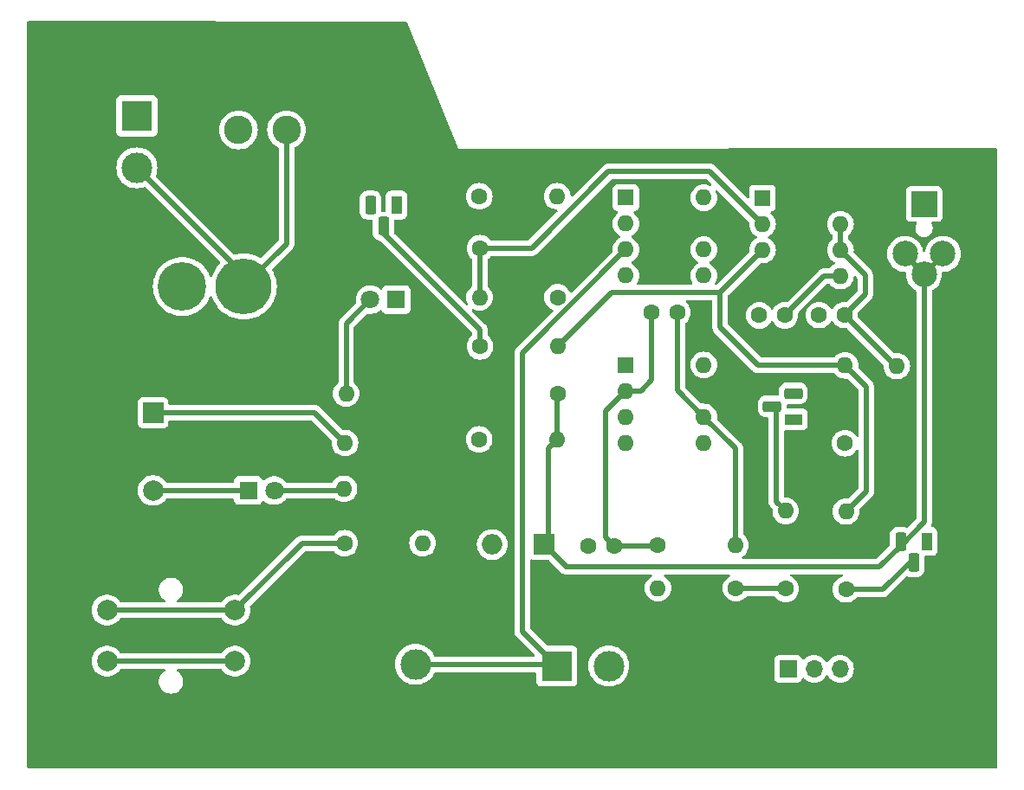
<source format=gbr>
%TF.GenerationSoftware,KiCad,Pcbnew,7.0.6*%
%TF.CreationDate,2023-09-05T08:02:31-07:00*%
%TF.ProjectId,KICAD_lightning_trigger,4b494341-445f-46c6-9967-68746e696e67,rev?*%
%TF.SameCoordinates,Original*%
%TF.FileFunction,Copper,L1,Top*%
%TF.FilePolarity,Positive*%
%FSLAX46Y46*%
G04 Gerber Fmt 4.6, Leading zero omitted, Abs format (unit mm)*
G04 Created by KiCad (PCBNEW 7.0.6) date 2023-09-05 08:02:31*
%MOMM*%
%LPD*%
G01*
G04 APERTURE LIST*
G04 Aperture macros list*
%AMRoundRect*
0 Rectangle with rounded corners*
0 $1 Rounding radius*
0 $2 $3 $4 $5 $6 $7 $8 $9 X,Y pos of 4 corners*
0 Add a 4 corners polygon primitive as box body*
4,1,4,$2,$3,$4,$5,$6,$7,$8,$9,$2,$3,0*
0 Add four circle primitives for the rounded corners*
1,1,$1+$1,$2,$3*
1,1,$1+$1,$4,$5*
1,1,$1+$1,$6,$7*
1,1,$1+$1,$8,$9*
0 Add four rect primitives between the rounded corners*
20,1,$1+$1,$2,$3,$4,$5,0*
20,1,$1+$1,$4,$5,$6,$7,0*
20,1,$1+$1,$6,$7,$8,$9,0*
20,1,$1+$1,$8,$9,$2,$3,0*%
G04 Aperture macros list end*
%TA.AperFunction,ComponentPad*%
%ADD10C,1.600000*%
%TD*%
%TA.AperFunction,ComponentPad*%
%ADD11O,1.600000X1.600000*%
%TD*%
%TA.AperFunction,ComponentPad*%
%ADD12R,1.700000X1.700000*%
%TD*%
%TA.AperFunction,ComponentPad*%
%ADD13O,1.700000X1.700000*%
%TD*%
%TA.AperFunction,ComponentPad*%
%ADD14R,3.000000X3.000000*%
%TD*%
%TA.AperFunction,ComponentPad*%
%ADD15C,3.000000*%
%TD*%
%TA.AperFunction,ComponentPad*%
%ADD16R,1.600000X1.600000*%
%TD*%
%TA.AperFunction,ComponentPad*%
%ADD17R,1.800000X1.800000*%
%TD*%
%TA.AperFunction,ComponentPad*%
%ADD18C,1.800000*%
%TD*%
%TA.AperFunction,ComponentPad*%
%ADD19C,2.000000*%
%TD*%
%TA.AperFunction,ComponentPad*%
%ADD20R,2.000000X2.000000*%
%TD*%
%TA.AperFunction,ComponentPad*%
%ADD21O,2.000000X2.000000*%
%TD*%
%TA.AperFunction,ComponentPad*%
%ADD22R,2.550000X2.500000*%
%TD*%
%TA.AperFunction,ComponentPad*%
%ADD23C,2.500000*%
%TD*%
%TA.AperFunction,ComponentPad*%
%ADD24R,1.100000X1.800000*%
%TD*%
%TA.AperFunction,ComponentPad*%
%ADD25RoundRect,0.275000X0.275000X0.625000X-0.275000X0.625000X-0.275000X-0.625000X0.275000X-0.625000X0*%
%TD*%
%TA.AperFunction,ComponentPad*%
%ADD26C,5.460000*%
%TD*%
%TA.AperFunction,ComponentPad*%
%ADD27C,4.740000*%
%TD*%
%TA.AperFunction,ComponentPad*%
%ADD28C,2.775000*%
%TD*%
%TA.AperFunction,ComponentPad*%
%ADD29R,1.800000X1.100000*%
%TD*%
%TA.AperFunction,ComponentPad*%
%ADD30RoundRect,0.275000X0.625000X-0.275000X0.625000X0.275000X-0.625000X0.275000X-0.625000X-0.275000X0*%
%TD*%
%TA.AperFunction,Conductor*%
%ADD31C,0.508000*%
%TD*%
G04 APERTURE END LIST*
D10*
%TO.P,R4,1*%
%TO.N,/V1*%
X95180000Y-95940000D03*
D11*
%TO.P,R4,2*%
%TO.N,Net-(C3-Pad1)*%
X102800000Y-95940000D03*
%TD*%
D10*
%TO.P,R7,1*%
%TO.N,Net-(U3--)*%
X112590000Y-130070000D03*
D11*
%TO.P,R7,2*%
%TO.N,Net-(C4-Pad2)*%
X120210000Y-130070000D03*
%TD*%
D10*
%TO.P,R9,1*%
%TO.N,Net-(C4-Pad2)*%
X120260000Y-134280000D03*
D11*
%TO.P,R9,2*%
%TO.N,GND*%
X112640000Y-134280000D03*
%TD*%
D12*
%TO.P,J6,1,Pin_1*%
%TO.N,/V1*%
X125360000Y-142170000D03*
D13*
%TO.P,J6,2,Pin_2*%
%TO.N,/V2*%
X127900000Y-142170000D03*
%TO.P,J6,3,Pin_3*%
%TO.N,/Vout*%
X130440000Y-142170000D03*
%TD*%
D14*
%TO.P,J1,1,Pin_1*%
%TO.N,GND*%
X61720000Y-88080000D03*
D15*
%TO.P,J1,2,Pin_2*%
%TO.N,+9V*%
X61720000Y-93160000D03*
%TD*%
D14*
%TO.P,J4,1,Pin_1*%
%TO.N,/Vin*%
X102760000Y-141900000D03*
D15*
%TO.P,J4,2,Pin_2*%
%TO.N,GND*%
X107840000Y-141900000D03*
%TD*%
D16*
%TO.P,U2,1,NULL*%
%TO.N,unconnected-(U2-NULL-Pad1)*%
X109500000Y-96080000D03*
D11*
%TO.P,U2,2,-*%
%TO.N,/V1*%
X109500000Y-98620000D03*
%TO.P,U2,3,+*%
%TO.N,/Vin*%
X109500000Y-101160000D03*
%TO.P,U2,4,V-*%
%TO.N,GND*%
X109500000Y-103700000D03*
%TO.P,U2,5,NULL*%
%TO.N,unconnected-(U2-NULL-Pad5)*%
X117120000Y-103700000D03*
%TO.P,U2,6*%
%TO.N,/V1*%
X117120000Y-101160000D03*
%TO.P,U2,7,V+*%
%TO.N,/VCC*%
X117120000Y-98620000D03*
%TO.P,U2,8,NC*%
%TO.N,unconnected-(U2-NC-Pad8)*%
X117120000Y-96080000D03*
%TD*%
D17*
%TO.P,D1,1,K*%
%TO.N,GND*%
X87065000Y-106060000D03*
D18*
%TO.P,D1,2,A*%
%TO.N,Net-(D1-A)*%
X84525000Y-106060000D03*
%TD*%
D10*
%TO.P,R3,1*%
%TO.N,GND*%
X130920000Y-120100000D03*
D11*
%TO.P,R3,2*%
%TO.N,/Vout*%
X130920000Y-112480000D03*
%TD*%
D10*
%TO.P,R13,1*%
%TO.N,GND*%
X102840000Y-105820000D03*
D11*
%TO.P,R13,2*%
%TO.N,/TRIG*%
X95220000Y-105820000D03*
%TD*%
D19*
%TO.P,S2,1,1*%
%TO.N,/TRIG*%
X71300000Y-141430000D03*
%TO.P,S2,2,2*%
X58800000Y-141430000D03*
%TO.P,S2,3,3*%
%TO.N,Net-(R1-Pad1)*%
X71300000Y-136430000D03*
%TO.P,S2,4,4*%
X58800000Y-136430000D03*
%TD*%
D20*
%TO.P,D3,1,K*%
%TO.N,/SHUTTER*%
X101530000Y-130020000D03*
D21*
%TO.P,D3,2,A*%
%TO.N,GND*%
X96450000Y-130020000D03*
%TD*%
D10*
%TO.P,R1,1*%
%TO.N,Net-(R1-Pad1)*%
X82020000Y-129880000D03*
D11*
%TO.P,R1,2*%
%TO.N,GND*%
X89640000Y-129880000D03*
%TD*%
D10*
%TO.P,R11,1*%
%TO.N,Net-(Q1-B)*%
X131020000Y-134400000D03*
D11*
%TO.P,R11,2*%
%TO.N,/Vout*%
X131020000Y-126780000D03*
%TD*%
D10*
%TO.P,R16,1*%
%TO.N,GND*%
X95170000Y-119720000D03*
D11*
%TO.P,R16,2*%
%TO.N,/SHUTTER*%
X102790000Y-119720000D03*
%TD*%
D10*
%TO.P,R12,1*%
%TO.N,/TRIG*%
X95260000Y-101020000D03*
D11*
%TO.P,R12,2*%
%TO.N,/VCC*%
X102880000Y-101020000D03*
%TD*%
D22*
%TO.P,J5,1,SLEEVE*%
%TO.N,GND*%
X138650000Y-96680000D03*
D23*
%TO.P,J5,2,TIP_1*%
%TO.N,/SHUTTER*%
X136800000Y-101580000D03*
%TO.P,J5,3,TIP_2*%
X140500000Y-101580000D03*
%TO.P,J5,4,RING*%
X138650000Y-103580000D03*
%TD*%
D24*
%TO.P,Q2,1,E*%
%TO.N,GND*%
X87090000Y-96800000D03*
D25*
%TO.P,Q2,2,B*%
%TO.N,Net-(Q2-B)*%
X85820000Y-98870000D03*
%TO.P,Q2,3,C*%
%TO.N,/SHUTTER_ON*%
X84550000Y-96800000D03*
%TD*%
D10*
%TO.P,R6,1*%
%TO.N,/VCC*%
X89580000Y-124570000D03*
D11*
%TO.P,R6,2*%
%TO.N,Net-(D2-A)*%
X81960000Y-124570000D03*
%TD*%
D26*
%TO.P,J2,1*%
%TO.N,+9V*%
X72160000Y-104770000D03*
D27*
%TO.P,J2,2*%
%TO.N,GND*%
X66160000Y-104770000D03*
%TD*%
D10*
%TO.P,C2,1*%
%TO.N,GND*%
X128390000Y-107560000D03*
%TO.P,C2,2*%
%TO.N,Net-(U1-DIS)*%
X130890000Y-107560000D03*
%TD*%
%TO.P,R8,1*%
%TO.N,/VCC*%
X89680000Y-120080000D03*
D11*
%TO.P,R8,2*%
%TO.N,Net-(BZ1--)*%
X82060000Y-120080000D03*
%TD*%
D28*
%TO.P,S1,1,NC*%
%TO.N,unconnected-(S1-NC-Pad1)*%
X71650000Y-89450000D03*
%TO.P,S1,2,COM*%
%TO.N,+9V*%
X76350000Y-89450000D03*
%TO.P,S1,3,NO*%
%TO.N,/VCC*%
X81050000Y-89450000D03*
%TD*%
D17*
%TO.P,D2,1,K*%
%TO.N,/SHUTTER_ON*%
X72605000Y-124730000D03*
D18*
%TO.P,D2,2,A*%
%TO.N,Net-(D2-A)*%
X75145000Y-124730000D03*
%TD*%
D10*
%TO.P,C3,1*%
%TO.N,Net-(C3-Pad1)*%
X105840000Y-130120000D03*
%TO.P,C3,2*%
%TO.N,Net-(U3--)*%
X108340000Y-130120000D03*
%TD*%
D20*
%TO.P,BZ1,1,-*%
%TO.N,Net-(BZ1--)*%
X63300000Y-117120000D03*
D19*
%TO.P,BZ1,2,+*%
%TO.N,/SHUTTER_ON*%
X63300000Y-124720000D03*
%TD*%
D24*
%TO.P,Q1,1,E*%
%TO.N,GND*%
X138900000Y-129720000D03*
D25*
%TO.P,Q1,2,B*%
%TO.N,Net-(Q1-B)*%
X137630000Y-131790000D03*
%TO.P,Q1,3,C*%
%TO.N,/SHUTTER*%
X136360000Y-129720000D03*
%TD*%
D10*
%TO.P,R14,1*%
%TO.N,Net-(Q2-B)*%
X95250000Y-110620000D03*
D11*
%TO.P,R14,2*%
%TO.N,/Vout*%
X102870000Y-110620000D03*
%TD*%
D10*
%TO.P,C1,1*%
%TO.N,GND*%
X122550000Y-107580000D03*
%TO.P,C1,2*%
%TO.N,Net-(U1-CV)*%
X125050000Y-107580000D03*
%TD*%
%TO.P,R10,1*%
%TO.N,Net-(C4-Pad2)*%
X125130000Y-134350000D03*
D11*
%TO.P,R10,2*%
%TO.N,/V2*%
X125130000Y-126730000D03*
%TD*%
D14*
%TO.P,J3,1,Pin_1*%
%TO.N,/VCC*%
X83870000Y-141740000D03*
D15*
%TO.P,J3,2,Pin_2*%
%TO.N,/Vin*%
X88950000Y-141740000D03*
%TD*%
D16*
%TO.P,U3,1,NULL*%
%TO.N,unconnected-(U3-NULL-Pad1)*%
X109500000Y-112440000D03*
D11*
%TO.P,U3,2,-*%
%TO.N,Net-(U3--)*%
X109500000Y-114980000D03*
%TO.P,U3,3,+*%
%TO.N,GND*%
X109500000Y-117520000D03*
%TO.P,U3,4,V-*%
X109500000Y-120060000D03*
%TO.P,U3,5,NULL*%
%TO.N,unconnected-(U3-NULL-Pad5)*%
X117120000Y-120060000D03*
%TO.P,U3,6*%
%TO.N,Net-(C4-Pad2)*%
X117120000Y-117520000D03*
%TO.P,U3,7,V+*%
%TO.N,/VCC*%
X117120000Y-114980000D03*
%TO.P,U3,8,NC*%
%TO.N,unconnected-(U3-NC-Pad8)*%
X117120000Y-112440000D03*
%TD*%
D29*
%TO.P,Q3,1,E*%
%TO.N,GND*%
X125880000Y-117770000D03*
D30*
%TO.P,Q3,2,B*%
%TO.N,/V2*%
X123810000Y-116500000D03*
%TO.P,Q3,3,C*%
%TO.N,/TRIG*%
X125880000Y-115230000D03*
%TD*%
D10*
%TO.P,R5,1*%
%TO.N,/VCC*%
X89790000Y-115240000D03*
D11*
%TO.P,R5,2*%
%TO.N,Net-(D1-A)*%
X82170000Y-115240000D03*
%TD*%
D16*
%TO.P,U1,1,GND*%
%TO.N,GND*%
X122860000Y-96130000D03*
D11*
%TO.P,U1,2,TR*%
%TO.N,/TRIG*%
X122860000Y-98670000D03*
%TO.P,U1,3,Q*%
%TO.N,/Vout*%
X122860000Y-101210000D03*
%TO.P,U1,4,R*%
%TO.N,/VCC*%
X122860000Y-103750000D03*
%TO.P,U1,5,CV*%
%TO.N,Net-(U1-CV)*%
X130480000Y-103750000D03*
%TO.P,U1,6,THR*%
%TO.N,Net-(U1-DIS)*%
X130480000Y-101210000D03*
%TO.P,U1,7,DIS*%
X130480000Y-98670000D03*
%TO.P,U1,8,VCC*%
%TO.N,/VCC*%
X130480000Y-96130000D03*
%TD*%
D10*
%TO.P,C4,1*%
%TO.N,Net-(U3--)*%
X112050000Y-107300000D03*
%TO.P,C4,2*%
%TO.N,Net-(C4-Pad2)*%
X114550000Y-107300000D03*
%TD*%
%TO.P,R15,1*%
%TO.N,/SHUTTER*%
X102890000Y-115260000D03*
D11*
%TO.P,R15,2*%
%TO.N,/VCC*%
X95270000Y-115260000D03*
%TD*%
D10*
%TO.P,R2,1*%
%TO.N,/VCC*%
X135980000Y-120170000D03*
D11*
%TO.P,R2,2*%
%TO.N,Net-(U1-DIS)*%
X135980000Y-112550000D03*
%TD*%
D31*
%TO.N,Net-(BZ1--)*%
X63300000Y-117120000D02*
X79100000Y-117120000D01*
X79100000Y-117120000D02*
X82060000Y-120080000D01*
%TO.N,/SHUTTER_ON*%
X72595000Y-124720000D02*
X72605000Y-124730000D01*
X63300000Y-124720000D02*
X72595000Y-124720000D01*
%TO.N,Net-(U1-CV)*%
X128880000Y-103750000D02*
X125050000Y-107580000D01*
X130480000Y-103750000D02*
X128880000Y-103750000D01*
%TO.N,Net-(U1-DIS)*%
X130480000Y-98670000D02*
X130480000Y-101210000D01*
X130890000Y-107560000D02*
X135880000Y-112550000D01*
X135880000Y-112550000D02*
X135980000Y-112550000D01*
X132890000Y-103620000D02*
X130480000Y-101210000D01*
X130890000Y-107560000D02*
X132890000Y-105560000D01*
X132890000Y-105560000D02*
X132890000Y-103620000D01*
%TO.N,Net-(U3--)*%
X107540001Y-116939999D02*
X109500000Y-114980000D01*
X108340000Y-130120000D02*
X112540000Y-130120000D01*
X110960000Y-114980000D02*
X109500000Y-114980000D01*
X112050000Y-107300000D02*
X112050000Y-113890000D01*
X112540000Y-130120000D02*
X112590000Y-130070000D01*
X112050000Y-113890000D02*
X110960000Y-114980000D01*
X108340000Y-130120000D02*
X107540001Y-129320001D01*
X107540001Y-129320001D02*
X107540001Y-116939999D01*
%TO.N,Net-(C4-Pad2)*%
X114550000Y-114950000D02*
X117120000Y-117520000D01*
X117120000Y-117520000D02*
X120210000Y-120610000D01*
X120330000Y-134350000D02*
X120260000Y-134280000D01*
X114550000Y-107300000D02*
X114550000Y-114950000D01*
X125130000Y-134350000D02*
X120330000Y-134350000D01*
X120210000Y-120610000D02*
X120210000Y-130070000D01*
%TO.N,Net-(D1-A)*%
X82170000Y-115240000D02*
X82170000Y-108415000D01*
X82170000Y-108415000D02*
X84525000Y-106060000D01*
%TO.N,Net-(D2-A)*%
X75145000Y-124730000D02*
X81800000Y-124730000D01*
X81800000Y-124730000D02*
X81960000Y-124570000D01*
%TO.N,/SHUTTER*%
X134320000Y-132160000D02*
X103590000Y-132160000D01*
X136800000Y-101730000D02*
X138650000Y-103580000D01*
X103590000Y-132080000D02*
X101530000Y-130020000D01*
X101930000Y-120580000D02*
X101930000Y-129620000D01*
X140500000Y-101580000D02*
X140500000Y-101730000D01*
X102790000Y-119720000D02*
X102790000Y-115360000D01*
X101930000Y-129620000D02*
X101530000Y-130020000D01*
X136360000Y-130120000D02*
X138650000Y-127830000D01*
X103590000Y-132160000D02*
X103590000Y-132080000D01*
X140500000Y-101730000D02*
X138650000Y-103580000D01*
X102790000Y-119720000D02*
X101930000Y-120580000D01*
X102790000Y-115360000D02*
X102890000Y-115260000D01*
X136800000Y-101580000D02*
X136800000Y-101730000D01*
X138650000Y-127830000D02*
X138650000Y-103580000D01*
X136360000Y-130120000D02*
X134320000Y-132160000D01*
%TO.N,+9V*%
X76350000Y-89450000D02*
X76350000Y-100580000D01*
X61720000Y-93160000D02*
X72160000Y-103600000D01*
X76350000Y-100580000D02*
X72160000Y-104770000D01*
X72160000Y-103600000D02*
X72160000Y-104770000D01*
%TO.N,/Vin*%
X102600000Y-141740000D02*
X102760000Y-141900000D01*
X88950000Y-141740000D02*
X102600000Y-141740000D01*
X99380000Y-111280000D02*
X99380000Y-138520000D01*
X99380000Y-138520000D02*
X102760000Y-141900000D01*
X109500000Y-101160000D02*
X99380000Y-111280000D01*
%TO.N,/V2*%
X124210000Y-125810000D02*
X125130000Y-126730000D01*
X124210000Y-116500000D02*
X124210000Y-125810000D01*
%TO.N,/Vout*%
X133010000Y-124790000D02*
X133010000Y-114570000D01*
X122430000Y-112480000D02*
X118720000Y-108770000D01*
X133010000Y-114570000D02*
X130920000Y-112480000D01*
X108140000Y-105350000D02*
X118720000Y-105350000D01*
X102870000Y-110620000D02*
X108140000Y-105350000D01*
X130920000Y-112480000D02*
X122430000Y-112480000D01*
X118720000Y-105350000D02*
X122860000Y-101210000D01*
X118720000Y-108770000D02*
X118720000Y-105350000D01*
X131020000Y-126780000D02*
X133010000Y-124790000D01*
%TO.N,Net-(Q1-B)*%
X134620000Y-134400000D02*
X137630000Y-131390000D01*
X131020000Y-134400000D02*
X134620000Y-134400000D01*
%TO.N,Net-(Q2-B)*%
X95250000Y-109010000D02*
X95250000Y-110620000D01*
X85820000Y-99580000D02*
X95250000Y-109010000D01*
X85820000Y-98470000D02*
X85820000Y-99580000D01*
%TO.N,/TRIG*%
X95220000Y-101060000D02*
X95260000Y-101020000D01*
X107810000Y-93500000D02*
X100290000Y-101020000D01*
X117690000Y-93500000D02*
X107810000Y-93500000D01*
X122860000Y-98670000D02*
X117690000Y-93500000D01*
X100290000Y-101020000D02*
X95260000Y-101020000D01*
X58800000Y-141430000D02*
X71300000Y-141430000D01*
X95220000Y-105820000D02*
X95220000Y-101060000D01*
%TO.N,Net-(R1-Pad1)*%
X82020000Y-129880000D02*
X77850000Y-129880000D01*
X77850000Y-129880000D02*
X71300000Y-136430000D01*
X58800000Y-136430000D02*
X71300000Y-136430000D01*
%TD*%
%TA.AperFunction,Conductor*%
%TO.N,/VCC*%
G36*
X87986256Y-78830431D02*
G01*
X88053279Y-78850170D01*
X88098991Y-78903011D01*
X88101043Y-78907775D01*
X93125002Y-91279023D01*
X93125170Y-91279585D01*
X93129537Y-91290190D01*
X93129616Y-91290381D01*
X93129617Y-91290382D01*
X93129618Y-91290384D01*
X93129619Y-91290384D01*
X93129696Y-91290460D01*
X93129912Y-91290551D01*
X93131735Y-91290518D01*
X93159433Y-91290814D01*
X93160864Y-91290458D01*
X145655399Y-91220664D01*
X145722462Y-91240260D01*
X145768287Y-91293003D01*
X145779561Y-91344603D01*
X145809437Y-151805452D01*
X145789786Y-151872501D01*
X145737004Y-151918282D01*
X145685450Y-151929513D01*
X51124478Y-151939485D01*
X51057437Y-151919808D01*
X51011676Y-151867008D01*
X51000465Y-151815519D01*
X51000462Y-151805452D01*
X50997625Y-141430005D01*
X57294357Y-141430005D01*
X57314890Y-141677812D01*
X57314892Y-141677824D01*
X57375936Y-141918881D01*
X57475826Y-142146606D01*
X57611833Y-142354782D01*
X57611836Y-142354785D01*
X57780256Y-142537738D01*
X57976491Y-142690474D01*
X58195190Y-142808828D01*
X58430386Y-142889571D01*
X58675665Y-142930500D01*
X58924335Y-142930500D01*
X59169614Y-142889571D01*
X59404810Y-142808828D01*
X59623509Y-142690474D01*
X59819744Y-142537738D01*
X59988164Y-142354785D01*
X60062712Y-142240679D01*
X60115859Y-142195322D01*
X60166522Y-142184500D01*
X64386888Y-142184500D01*
X64453927Y-142204185D01*
X64499682Y-142256989D01*
X64509626Y-142326147D01*
X64480601Y-142389703D01*
X64442160Y-142419500D01*
X64428527Y-142426288D01*
X64254676Y-142557574D01*
X64107913Y-142718566D01*
X64107906Y-142718576D01*
X63993229Y-142903786D01*
X63993226Y-142903792D01*
X63962034Y-142984309D01*
X63914530Y-143106931D01*
X63874500Y-143321074D01*
X63874500Y-143538926D01*
X63914530Y-143753069D01*
X63942152Y-143824369D01*
X63993226Y-143956207D01*
X63993229Y-143956213D01*
X64107906Y-144141423D01*
X64107912Y-144141432D01*
X64254678Y-144302427D01*
X64428528Y-144433712D01*
X64623541Y-144530817D01*
X64833077Y-144590435D01*
X64995653Y-144605500D01*
X64995656Y-144605500D01*
X65104344Y-144605500D01*
X65104347Y-144605500D01*
X65266923Y-144590435D01*
X65476459Y-144530817D01*
X65671472Y-144433712D01*
X65845322Y-144302427D01*
X65992088Y-144141432D01*
X66106772Y-143956210D01*
X66185470Y-143753069D01*
X66225500Y-143538926D01*
X66225500Y-143321074D01*
X66185470Y-143106931D01*
X66106772Y-142903790D01*
X66097967Y-142889570D01*
X65992093Y-142718576D01*
X65992092Y-142718575D01*
X65992088Y-142718568D01*
X65845322Y-142557573D01*
X65671472Y-142426288D01*
X65657840Y-142419500D01*
X65606603Y-142371997D01*
X65589182Y-142304334D01*
X65611108Y-142237993D01*
X65665419Y-142194039D01*
X65713112Y-142184500D01*
X69933478Y-142184500D01*
X70000517Y-142204185D01*
X70037287Y-142240679D01*
X70111833Y-142354782D01*
X70111836Y-142354785D01*
X70280256Y-142537738D01*
X70476491Y-142690474D01*
X70695190Y-142808828D01*
X70930386Y-142889571D01*
X71175665Y-142930500D01*
X71424335Y-142930500D01*
X71669614Y-142889571D01*
X71904810Y-142808828D01*
X72123509Y-142690474D01*
X72319744Y-142537738D01*
X72488164Y-142354785D01*
X72624173Y-142146607D01*
X72724063Y-141918881D01*
X72785108Y-141677821D01*
X72790349Y-141614572D01*
X72805643Y-141430005D01*
X72805643Y-141429994D01*
X72785109Y-141182187D01*
X72785107Y-141182175D01*
X72724063Y-140941118D01*
X72624173Y-140713393D01*
X72488166Y-140505217D01*
X72376826Y-140384270D01*
X72319744Y-140322262D01*
X72123509Y-140169526D01*
X72123507Y-140169525D01*
X72123506Y-140169524D01*
X71904811Y-140051172D01*
X71904802Y-140051169D01*
X71669616Y-139970429D01*
X71424335Y-139929500D01*
X71175665Y-139929500D01*
X70930383Y-139970429D01*
X70695197Y-140051169D01*
X70695188Y-140051172D01*
X70476493Y-140169524D01*
X70280257Y-140322261D01*
X70111833Y-140505217D01*
X70037287Y-140619321D01*
X69984141Y-140664678D01*
X69933478Y-140675500D01*
X60166522Y-140675500D01*
X60099483Y-140655815D01*
X60062713Y-140619321D01*
X59988166Y-140505217D01*
X59876826Y-140384270D01*
X59819744Y-140322262D01*
X59623509Y-140169526D01*
X59623507Y-140169525D01*
X59623506Y-140169524D01*
X59404811Y-140051172D01*
X59404802Y-140051169D01*
X59169616Y-139970429D01*
X58924335Y-139929500D01*
X58675665Y-139929500D01*
X58430383Y-139970429D01*
X58195197Y-140051169D01*
X58195188Y-140051172D01*
X57976493Y-140169524D01*
X57780257Y-140322261D01*
X57611833Y-140505217D01*
X57475826Y-140713393D01*
X57375936Y-140941118D01*
X57314892Y-141182175D01*
X57314890Y-141182187D01*
X57294357Y-141429994D01*
X57294357Y-141430005D01*
X50997625Y-141430005D01*
X50996258Y-136430005D01*
X57294357Y-136430005D01*
X57314890Y-136677812D01*
X57314892Y-136677824D01*
X57375936Y-136918881D01*
X57475826Y-137146606D01*
X57611833Y-137354782D01*
X57611836Y-137354785D01*
X57780256Y-137537738D01*
X57976491Y-137690474D01*
X58195190Y-137808828D01*
X58430386Y-137889571D01*
X58675665Y-137930500D01*
X58924335Y-137930500D01*
X59169614Y-137889571D01*
X59404810Y-137808828D01*
X59623509Y-137690474D01*
X59819744Y-137537738D01*
X59988164Y-137354785D01*
X60062712Y-137240679D01*
X60115859Y-137195322D01*
X60166522Y-137184500D01*
X69933478Y-137184500D01*
X70000517Y-137204185D01*
X70037287Y-137240679D01*
X70111833Y-137354782D01*
X70111836Y-137354785D01*
X70280256Y-137537738D01*
X70476491Y-137690474D01*
X70695190Y-137808828D01*
X70930386Y-137889571D01*
X71175665Y-137930500D01*
X71424335Y-137930500D01*
X71669614Y-137889571D01*
X71904810Y-137808828D01*
X72123509Y-137690474D01*
X72319744Y-137537738D01*
X72488164Y-137354785D01*
X72624173Y-137146607D01*
X72724063Y-136918881D01*
X72785108Y-136677821D01*
X72805643Y-136430000D01*
X72785108Y-136182179D01*
X72785105Y-136182166D01*
X72768000Y-136114620D01*
X72770624Y-136044800D01*
X72800522Y-135996500D01*
X78126204Y-130670819D01*
X78187528Y-130637334D01*
X78213886Y-130634500D01*
X80896138Y-130634500D01*
X80963177Y-130654185D01*
X80997713Y-130687377D01*
X81019954Y-130719141D01*
X81180858Y-130880045D01*
X81180861Y-130880047D01*
X81367266Y-131010568D01*
X81573504Y-131106739D01*
X81793308Y-131165635D01*
X81948402Y-131179204D01*
X82019998Y-131185468D01*
X82020000Y-131185468D01*
X82020002Y-131185468D01*
X82076673Y-131180509D01*
X82246692Y-131165635D01*
X82466496Y-131106739D01*
X82672734Y-131010568D01*
X82859139Y-130880047D01*
X83020047Y-130719139D01*
X83150568Y-130532734D01*
X83246739Y-130326496D01*
X83305635Y-130106692D01*
X83324304Y-129893302D01*
X83325468Y-129880001D01*
X88334532Y-129880001D01*
X88354364Y-130106686D01*
X88354366Y-130106697D01*
X88413258Y-130326488D01*
X88413261Y-130326497D01*
X88509431Y-130532732D01*
X88509432Y-130532734D01*
X88639954Y-130719141D01*
X88800858Y-130880045D01*
X88800861Y-130880047D01*
X88987266Y-131010568D01*
X89193504Y-131106739D01*
X89413308Y-131165635D01*
X89568402Y-131179204D01*
X89639998Y-131185468D01*
X89640000Y-131185468D01*
X89640002Y-131185468D01*
X89696672Y-131180509D01*
X89866692Y-131165635D01*
X90086496Y-131106739D01*
X90292734Y-131010568D01*
X90479139Y-130880047D01*
X90640047Y-130719139D01*
X90770568Y-130532734D01*
X90866739Y-130326496D01*
X90925635Y-130106692D01*
X90933219Y-130020005D01*
X94944357Y-130020005D01*
X94964890Y-130267812D01*
X94964892Y-130267824D01*
X95025936Y-130508881D01*
X95125826Y-130736606D01*
X95261833Y-130944782D01*
X95291993Y-130977544D01*
X95430256Y-131127738D01*
X95626491Y-131280474D01*
X95626493Y-131280475D01*
X95802024Y-131375468D01*
X95845190Y-131398828D01*
X96080386Y-131479571D01*
X96325665Y-131520500D01*
X96574335Y-131520500D01*
X96819614Y-131479571D01*
X97054810Y-131398828D01*
X97273509Y-131280474D01*
X97469744Y-131127738D01*
X97638164Y-130944785D01*
X97774173Y-130736607D01*
X97874063Y-130508881D01*
X97935108Y-130267821D01*
X97935109Y-130267812D01*
X97955643Y-130020005D01*
X97955643Y-130019994D01*
X97935109Y-129772187D01*
X97935107Y-129772175D01*
X97874063Y-129531118D01*
X97774173Y-129303393D01*
X97638166Y-129095217D01*
X97594434Y-129047712D01*
X97469744Y-128912262D01*
X97273509Y-128759526D01*
X97273507Y-128759525D01*
X97273506Y-128759524D01*
X97054811Y-128641172D01*
X97054802Y-128641169D01*
X96819616Y-128560429D01*
X96574335Y-128519500D01*
X96325665Y-128519500D01*
X96080383Y-128560429D01*
X95845197Y-128641169D01*
X95845188Y-128641172D01*
X95626493Y-128759524D01*
X95430257Y-128912261D01*
X95261833Y-129095217D01*
X95125826Y-129303393D01*
X95025936Y-129531118D01*
X94964892Y-129772175D01*
X94964890Y-129772187D01*
X94944357Y-130019994D01*
X94944357Y-130020005D01*
X90933219Y-130020005D01*
X90944304Y-129893302D01*
X90945468Y-129880001D01*
X90945468Y-129879998D01*
X90939801Y-129815230D01*
X90925635Y-129653308D01*
X90866739Y-129433504D01*
X90770568Y-129227266D01*
X90640047Y-129040861D01*
X90640045Y-129040858D01*
X90479141Y-128879954D01*
X90292734Y-128749432D01*
X90292732Y-128749431D01*
X90086497Y-128653261D01*
X90086488Y-128653258D01*
X89866697Y-128594366D01*
X89866693Y-128594365D01*
X89866692Y-128594365D01*
X89866691Y-128594364D01*
X89866686Y-128594364D01*
X89640002Y-128574532D01*
X89639998Y-128574532D01*
X89413313Y-128594364D01*
X89413302Y-128594366D01*
X89193511Y-128653258D01*
X89193502Y-128653261D01*
X88987267Y-128749431D01*
X88987265Y-128749432D01*
X88800858Y-128879954D01*
X88639954Y-129040858D01*
X88509432Y-129227265D01*
X88509431Y-129227267D01*
X88413261Y-129433502D01*
X88413258Y-129433511D01*
X88354366Y-129653302D01*
X88354364Y-129653313D01*
X88334532Y-129879998D01*
X88334532Y-129880001D01*
X83325468Y-129880001D01*
X83325468Y-129879998D01*
X83319801Y-129815230D01*
X83305635Y-129653308D01*
X83246739Y-129433504D01*
X83150568Y-129227266D01*
X83020047Y-129040861D01*
X83020045Y-129040858D01*
X82859141Y-128879954D01*
X82672734Y-128749432D01*
X82672732Y-128749431D01*
X82466497Y-128653261D01*
X82466488Y-128653258D01*
X82246697Y-128594366D01*
X82246693Y-128594365D01*
X82246692Y-128594365D01*
X82246691Y-128594364D01*
X82246686Y-128594364D01*
X82020002Y-128574532D01*
X82019998Y-128574532D01*
X81793313Y-128594364D01*
X81793302Y-128594366D01*
X81573511Y-128653258D01*
X81573502Y-128653261D01*
X81367267Y-128749431D01*
X81367265Y-128749432D01*
X81180858Y-128879954D01*
X81019954Y-129040858D01*
X80997713Y-129072623D01*
X80943137Y-129116248D01*
X80896138Y-129125500D01*
X77914000Y-129125500D01*
X77896031Y-129124191D01*
X77872091Y-129120684D01*
X77832019Y-129124191D01*
X77819751Y-129125264D01*
X77814351Y-129125500D01*
X77806053Y-129125500D01*
X77773325Y-129129325D01*
X77696387Y-129136056D01*
X77689321Y-129137516D01*
X77689310Y-129137464D01*
X77681832Y-129139122D01*
X77681845Y-129139174D01*
X77674819Y-129140839D01*
X77602260Y-129167247D01*
X77528962Y-129191536D01*
X77522420Y-129194587D01*
X77522397Y-129194539D01*
X77515507Y-129197875D01*
X77515531Y-129197922D01*
X77509075Y-129201164D01*
X77444569Y-129243590D01*
X77378852Y-129284124D01*
X77373184Y-129288606D01*
X77373151Y-129288565D01*
X77367214Y-129293402D01*
X77367248Y-129293442D01*
X77361713Y-129298086D01*
X77308745Y-129354229D01*
X71734400Y-134928574D01*
X71673077Y-134962059D01*
X71626310Y-134963202D01*
X71424335Y-134929500D01*
X71175665Y-134929500D01*
X70930383Y-134970429D01*
X70695197Y-135051169D01*
X70695188Y-135051172D01*
X70476493Y-135169524D01*
X70280257Y-135322261D01*
X70111833Y-135505217D01*
X70037287Y-135619321D01*
X69984141Y-135664678D01*
X69933478Y-135675500D01*
X65713112Y-135675500D01*
X65646073Y-135655815D01*
X65600318Y-135603011D01*
X65590374Y-135533853D01*
X65619399Y-135470297D01*
X65657840Y-135440500D01*
X65658684Y-135440079D01*
X65671472Y-135433712D01*
X65845322Y-135302427D01*
X65992088Y-135141432D01*
X66106772Y-134956210D01*
X66185470Y-134753069D01*
X66225500Y-134538926D01*
X66225500Y-134321074D01*
X66185470Y-134106931D01*
X66106772Y-133903790D01*
X66106599Y-133903511D01*
X65992093Y-133718576D01*
X65992092Y-133718575D01*
X65992088Y-133718568D01*
X65845322Y-133557573D01*
X65671472Y-133426288D01*
X65671471Y-133426287D01*
X65476462Y-133329184D01*
X65476459Y-133329183D01*
X65266923Y-133269565D01*
X65266920Y-133269564D01*
X65266918Y-133269564D01*
X65159819Y-133259640D01*
X65104347Y-133254500D01*
X64995653Y-133254500D01*
X64945845Y-133259115D01*
X64833081Y-133269564D01*
X64833077Y-133269564D01*
X64833077Y-133269565D01*
X64728309Y-133299374D01*
X64623537Y-133329184D01*
X64428527Y-133426288D01*
X64254676Y-133557574D01*
X64107913Y-133718566D01*
X64107906Y-133718576D01*
X63993229Y-133903786D01*
X63993226Y-133903792D01*
X63935306Y-134053302D01*
X63914530Y-134106931D01*
X63874500Y-134321074D01*
X63874500Y-134538926D01*
X63914530Y-134753069D01*
X63950721Y-134846488D01*
X63993226Y-134956207D01*
X63993229Y-134956213D01*
X64107906Y-135141423D01*
X64107912Y-135141432D01*
X64254678Y-135302427D01*
X64428528Y-135433712D01*
X64440574Y-135439710D01*
X64442160Y-135440500D01*
X64493397Y-135488003D01*
X64510818Y-135555666D01*
X64488892Y-135622007D01*
X64434581Y-135665961D01*
X64386888Y-135675500D01*
X60166522Y-135675500D01*
X60099483Y-135655815D01*
X60062713Y-135619321D01*
X59988166Y-135505217D01*
X59956020Y-135470297D01*
X59819744Y-135322262D01*
X59623509Y-135169526D01*
X59623507Y-135169525D01*
X59623506Y-135169524D01*
X59404811Y-135051172D01*
X59404802Y-135051169D01*
X59169616Y-134970429D01*
X58924335Y-134929500D01*
X58675665Y-134929500D01*
X58430383Y-134970429D01*
X58195197Y-135051169D01*
X58195188Y-135051172D01*
X57976493Y-135169524D01*
X57780257Y-135322261D01*
X57611833Y-135505217D01*
X57475826Y-135713393D01*
X57375936Y-135941118D01*
X57314892Y-136182175D01*
X57314890Y-136182187D01*
X57294357Y-136429994D01*
X57294357Y-136430005D01*
X50996258Y-136430005D01*
X50993056Y-124720005D01*
X61794357Y-124720005D01*
X61814890Y-124967812D01*
X61814892Y-124967824D01*
X61875936Y-125208881D01*
X61975826Y-125436606D01*
X62111833Y-125644782D01*
X62111836Y-125644785D01*
X62280256Y-125827738D01*
X62476491Y-125980474D01*
X62476493Y-125980475D01*
X62683123Y-126092298D01*
X62695190Y-126098828D01*
X62930386Y-126179571D01*
X63175665Y-126220500D01*
X63424335Y-126220500D01*
X63669614Y-126179571D01*
X63904810Y-126098828D01*
X64123509Y-125980474D01*
X64319744Y-125827738D01*
X64488164Y-125644785D01*
X64488166Y-125644782D01*
X64562713Y-125530679D01*
X64615859Y-125485322D01*
X64666522Y-125474500D01*
X71080501Y-125474500D01*
X71147540Y-125494185D01*
X71193295Y-125546989D01*
X71204501Y-125598500D01*
X71204501Y-125677876D01*
X71210908Y-125737483D01*
X71261202Y-125872328D01*
X71261206Y-125872335D01*
X71347452Y-125987544D01*
X71347455Y-125987547D01*
X71462664Y-126073793D01*
X71462671Y-126073797D01*
X71597517Y-126124091D01*
X71597516Y-126124091D01*
X71604444Y-126124835D01*
X71657127Y-126130500D01*
X73552872Y-126130499D01*
X73612483Y-126124091D01*
X73747331Y-126073796D01*
X73862546Y-125987546D01*
X73948796Y-125872331D01*
X73958748Y-125845648D01*
X73977455Y-125795493D01*
X74019326Y-125739559D01*
X74084790Y-125715141D01*
X74153063Y-125729992D01*
X74184866Y-125754843D01*
X74192302Y-125762920D01*
X74193215Y-125763912D01*
X74193222Y-125763918D01*
X74376365Y-125906464D01*
X74376371Y-125906468D01*
X74376374Y-125906470D01*
X74580497Y-126016936D01*
X74694487Y-126056068D01*
X74800015Y-126092297D01*
X74800017Y-126092297D01*
X74800019Y-126092298D01*
X75028951Y-126130500D01*
X75028952Y-126130500D01*
X75261048Y-126130500D01*
X75261049Y-126130500D01*
X75489981Y-126092298D01*
X75709503Y-126016936D01*
X75913626Y-125906470D01*
X75933685Y-125890858D01*
X76054610Y-125796738D01*
X76096784Y-125763913D01*
X76253979Y-125593153D01*
X76288261Y-125540679D01*
X76341408Y-125495322D01*
X76392071Y-125484500D01*
X80983952Y-125484500D01*
X81050991Y-125504185D01*
X81071634Y-125520820D01*
X81120859Y-125570046D01*
X81227453Y-125644683D01*
X81307266Y-125700568D01*
X81513504Y-125796739D01*
X81733308Y-125855635D01*
X81895230Y-125869801D01*
X81959998Y-125875468D01*
X81960000Y-125875468D01*
X81960002Y-125875468D01*
X82016672Y-125870509D01*
X82186692Y-125855635D01*
X82406496Y-125796739D01*
X82612734Y-125700568D01*
X82799139Y-125570047D01*
X82960047Y-125409139D01*
X83090568Y-125222734D01*
X83186739Y-125016496D01*
X83245635Y-124796692D01*
X83265468Y-124570000D01*
X83245635Y-124343308D01*
X83186739Y-124123504D01*
X83090568Y-123917266D01*
X82960047Y-123730861D01*
X82960045Y-123730858D01*
X82799141Y-123569954D01*
X82612734Y-123439432D01*
X82612732Y-123439431D01*
X82406497Y-123343261D01*
X82406488Y-123343258D01*
X82186697Y-123284366D01*
X82186693Y-123284365D01*
X82186692Y-123284365D01*
X82186691Y-123284364D01*
X82186686Y-123284364D01*
X81960002Y-123264532D01*
X81959998Y-123264532D01*
X81733313Y-123284364D01*
X81733302Y-123284366D01*
X81513511Y-123343258D01*
X81513502Y-123343261D01*
X81307267Y-123439431D01*
X81307265Y-123439432D01*
X81120858Y-123569954D01*
X80959954Y-123730858D01*
X80826327Y-123921701D01*
X80824406Y-123920356D01*
X80781069Y-123961701D01*
X80724220Y-123975500D01*
X76392071Y-123975500D01*
X76325032Y-123955815D01*
X76288262Y-123919321D01*
X76253980Y-123866849D01*
X76253979Y-123866847D01*
X76096784Y-123696087D01*
X76096779Y-123696083D01*
X76096777Y-123696081D01*
X75913634Y-123553535D01*
X75913628Y-123553531D01*
X75709504Y-123443064D01*
X75709495Y-123443061D01*
X75489984Y-123367702D01*
X75299450Y-123335908D01*
X75261049Y-123329500D01*
X75028951Y-123329500D01*
X74990550Y-123335908D01*
X74800015Y-123367702D01*
X74580504Y-123443061D01*
X74580495Y-123443064D01*
X74376371Y-123553531D01*
X74376365Y-123553535D01*
X74193222Y-123696081D01*
X74193218Y-123696085D01*
X74184866Y-123705158D01*
X74124979Y-123741148D01*
X74055141Y-123739047D01*
X73997525Y-123699522D01*
X73977455Y-123664507D01*
X73948797Y-123587671D01*
X73948793Y-123587664D01*
X73862547Y-123472455D01*
X73862544Y-123472452D01*
X73747335Y-123386206D01*
X73747328Y-123386202D01*
X73612482Y-123335908D01*
X73612483Y-123335908D01*
X73552883Y-123329501D01*
X73552881Y-123329500D01*
X73552873Y-123329500D01*
X73552864Y-123329500D01*
X71657129Y-123329500D01*
X71657123Y-123329501D01*
X71597516Y-123335908D01*
X71462671Y-123386202D01*
X71462664Y-123386206D01*
X71347455Y-123472452D01*
X71347452Y-123472455D01*
X71261206Y-123587664D01*
X71261202Y-123587671D01*
X71210908Y-123722517D01*
X71204501Y-123782116D01*
X71204500Y-123782135D01*
X71204500Y-123841500D01*
X71184815Y-123908539D01*
X71132011Y-123954294D01*
X71080500Y-123965500D01*
X64666522Y-123965500D01*
X64599483Y-123945815D01*
X64562713Y-123909321D01*
X64488166Y-123795217D01*
X64428919Y-123730858D01*
X64319744Y-123612262D01*
X64123509Y-123459526D01*
X64123507Y-123459525D01*
X64123506Y-123459524D01*
X63904811Y-123341172D01*
X63904802Y-123341169D01*
X63669616Y-123260429D01*
X63424335Y-123219500D01*
X63175665Y-123219500D01*
X62930383Y-123260429D01*
X62695197Y-123341169D01*
X62695188Y-123341172D01*
X62476493Y-123459524D01*
X62280257Y-123612261D01*
X62111833Y-123795217D01*
X61975826Y-124003393D01*
X61875936Y-124231118D01*
X61814892Y-124472175D01*
X61814890Y-124472187D01*
X61794357Y-124719994D01*
X61794357Y-124720005D01*
X50993056Y-124720005D01*
X50991264Y-118167870D01*
X61799500Y-118167870D01*
X61799501Y-118167876D01*
X61805908Y-118227483D01*
X61856202Y-118362328D01*
X61856206Y-118362335D01*
X61942452Y-118477544D01*
X61942455Y-118477547D01*
X62057664Y-118563793D01*
X62057671Y-118563797D01*
X62192517Y-118614091D01*
X62192516Y-118614091D01*
X62199444Y-118614835D01*
X62252127Y-118620500D01*
X64347872Y-118620499D01*
X64407483Y-118614091D01*
X64542331Y-118563796D01*
X64657546Y-118477546D01*
X64743796Y-118362331D01*
X64794091Y-118227483D01*
X64800500Y-118167873D01*
X64800500Y-117998500D01*
X64820185Y-117931461D01*
X64872989Y-117885706D01*
X64924500Y-117874500D01*
X78736114Y-117874500D01*
X78803153Y-117894185D01*
X78823795Y-117910819D01*
X80732827Y-119819851D01*
X80766312Y-119881174D01*
X80768674Y-119918338D01*
X80754532Y-120079996D01*
X80754532Y-120080001D01*
X80774364Y-120306686D01*
X80774366Y-120306697D01*
X80833258Y-120526488D01*
X80833261Y-120526497D01*
X80929431Y-120732732D01*
X80929432Y-120732734D01*
X81059954Y-120919141D01*
X81220858Y-121080045D01*
X81249421Y-121100045D01*
X81407266Y-121210568D01*
X81613504Y-121306739D01*
X81833308Y-121365635D01*
X81995230Y-121379801D01*
X82059998Y-121385468D01*
X82060000Y-121385468D01*
X82060002Y-121385468D01*
X82116673Y-121380509D01*
X82286692Y-121365635D01*
X82506496Y-121306739D01*
X82712734Y-121210568D01*
X82899139Y-121080047D01*
X83060047Y-120919139D01*
X83190568Y-120732734D01*
X83286739Y-120526496D01*
X83345635Y-120306692D01*
X83365468Y-120080000D01*
X83365254Y-120077559D01*
X83353805Y-119946692D01*
X83345635Y-119853308D01*
X83309916Y-119720001D01*
X93864532Y-119720001D01*
X93884364Y-119946686D01*
X93884366Y-119946697D01*
X93943258Y-120166488D01*
X93943261Y-120166497D01*
X94039431Y-120372732D01*
X94039432Y-120372734D01*
X94169954Y-120559141D01*
X94330858Y-120720045D01*
X94330861Y-120720047D01*
X94517266Y-120850568D01*
X94723504Y-120946739D01*
X94723509Y-120946740D01*
X94723511Y-120946741D01*
X94776415Y-120960916D01*
X94943308Y-121005635D01*
X95105230Y-121019801D01*
X95169998Y-121025468D01*
X95170000Y-121025468D01*
X95170002Y-121025468D01*
X95226672Y-121020509D01*
X95396692Y-121005635D01*
X95616496Y-120946739D01*
X95822734Y-120850568D01*
X96009139Y-120720047D01*
X96170047Y-120559139D01*
X96300568Y-120372734D01*
X96396739Y-120166496D01*
X96455635Y-119946692D01*
X96475468Y-119720000D01*
X96455635Y-119493308D01*
X96396739Y-119273504D01*
X96300568Y-119067266D01*
X96170047Y-118880861D01*
X96170045Y-118880858D01*
X96009141Y-118719954D01*
X95822734Y-118589432D01*
X95822732Y-118589431D01*
X95616497Y-118493261D01*
X95616488Y-118493258D01*
X95396697Y-118434366D01*
X95396693Y-118434365D01*
X95396692Y-118434365D01*
X95396691Y-118434364D01*
X95396686Y-118434364D01*
X95170002Y-118414532D01*
X95169998Y-118414532D01*
X94943313Y-118434364D01*
X94943302Y-118434366D01*
X94723511Y-118493258D01*
X94723502Y-118493261D01*
X94517267Y-118589431D01*
X94517265Y-118589432D01*
X94330858Y-118719954D01*
X94169954Y-118880858D01*
X94039432Y-119067265D01*
X94039431Y-119067267D01*
X93943261Y-119273502D01*
X93943258Y-119273511D01*
X93884366Y-119493302D01*
X93884364Y-119493313D01*
X93864532Y-119719998D01*
X93864532Y-119720001D01*
X83309916Y-119720001D01*
X83286739Y-119633504D01*
X83190568Y-119427266D01*
X83060047Y-119240861D01*
X83060045Y-119240858D01*
X82899141Y-119079954D01*
X82712734Y-118949432D01*
X82712732Y-118949431D01*
X82506497Y-118853261D01*
X82506488Y-118853258D01*
X82286697Y-118794366D01*
X82286693Y-118794365D01*
X82286692Y-118794365D01*
X82286691Y-118794364D01*
X82286686Y-118794364D01*
X82060002Y-118774532D01*
X82059997Y-118774532D01*
X81898338Y-118788674D01*
X81829838Y-118774907D01*
X81799851Y-118752827D01*
X79678766Y-116631742D01*
X79666984Y-116618109D01*
X79661833Y-116611190D01*
X79652539Y-116598706D01*
X79652537Y-116598704D01*
X79652538Y-116598704D01*
X79624932Y-116575541D01*
X79612285Y-116564928D01*
X79608310Y-116561286D01*
X79602441Y-116555417D01*
X79602440Y-116555416D01*
X79602438Y-116555414D01*
X79576584Y-116534972D01*
X79517427Y-116485333D01*
X79511394Y-116481365D01*
X79511422Y-116481321D01*
X79504961Y-116477204D01*
X79504934Y-116477250D01*
X79498790Y-116473460D01*
X79428808Y-116440827D01*
X79359815Y-116406177D01*
X79353031Y-116403708D01*
X79353049Y-116403658D01*
X79345807Y-116401141D01*
X79345791Y-116401191D01*
X79338938Y-116398920D01*
X79263311Y-116383304D01*
X79188181Y-116365498D01*
X79181014Y-116364661D01*
X79181020Y-116364607D01*
X79173405Y-116363829D01*
X79173401Y-116363883D01*
X79166210Y-116363253D01*
X79089018Y-116365500D01*
X64924499Y-116365500D01*
X64857460Y-116345815D01*
X64811705Y-116293011D01*
X64800499Y-116241500D01*
X64800499Y-116072129D01*
X64800498Y-116072123D01*
X64800497Y-116072116D01*
X64794091Y-116012517D01*
X64781980Y-115980047D01*
X64743797Y-115877671D01*
X64743793Y-115877664D01*
X64657547Y-115762455D01*
X64657544Y-115762452D01*
X64542335Y-115676206D01*
X64542328Y-115676202D01*
X64407482Y-115625908D01*
X64407483Y-115625908D01*
X64347883Y-115619501D01*
X64347881Y-115619500D01*
X64347873Y-115619500D01*
X64347864Y-115619500D01*
X62252129Y-115619500D01*
X62252123Y-115619501D01*
X62192516Y-115625908D01*
X62057671Y-115676202D01*
X62057664Y-115676206D01*
X61942455Y-115762452D01*
X61942452Y-115762455D01*
X61856206Y-115877664D01*
X61856202Y-115877671D01*
X61805908Y-116012517D01*
X61799501Y-116072116D01*
X61799501Y-116072123D01*
X61799500Y-116072135D01*
X61799500Y-118167870D01*
X50991264Y-118167870D01*
X50990463Y-115240001D01*
X80864532Y-115240001D01*
X80884364Y-115466686D01*
X80884366Y-115466697D01*
X80943258Y-115686488D01*
X80943261Y-115686497D01*
X81039431Y-115892732D01*
X81039432Y-115892734D01*
X81169954Y-116079141D01*
X81330858Y-116240045D01*
X81345075Y-116250000D01*
X81517266Y-116370568D01*
X81723504Y-116466739D01*
X81943308Y-116525635D01*
X82105230Y-116539801D01*
X82169998Y-116545468D01*
X82170000Y-116545468D01*
X82170002Y-116545468D01*
X82226673Y-116540509D01*
X82396692Y-116525635D01*
X82616496Y-116466739D01*
X82822734Y-116370568D01*
X83009139Y-116240047D01*
X83170047Y-116079139D01*
X83300568Y-115892734D01*
X83396739Y-115686496D01*
X83455635Y-115466692D01*
X83475468Y-115240000D01*
X83455635Y-115013308D01*
X83396739Y-114793504D01*
X83300568Y-114587266D01*
X83234781Y-114493312D01*
X83170048Y-114400862D01*
X83091446Y-114322260D01*
X83009139Y-114239953D01*
X82977374Y-114217710D01*
X82933751Y-114163135D01*
X82924500Y-114116138D01*
X82924500Y-108778885D01*
X82944185Y-108711846D01*
X82960814Y-108691209D01*
X84177485Y-107474537D01*
X84238806Y-107441054D01*
X84285569Y-107439911D01*
X84408951Y-107460500D01*
X84408952Y-107460500D01*
X84641048Y-107460500D01*
X84641049Y-107460500D01*
X84869981Y-107422298D01*
X85089503Y-107346936D01*
X85293626Y-107236470D01*
X85476784Y-107093913D01*
X85485130Y-107084846D01*
X85545010Y-107048854D01*
X85614849Y-107050949D01*
X85672468Y-107090469D01*
X85692544Y-107125491D01*
X85721203Y-107202330D01*
X85721206Y-107202335D01*
X85807452Y-107317544D01*
X85807455Y-107317547D01*
X85922664Y-107403793D01*
X85922671Y-107403797D01*
X86057517Y-107454091D01*
X86057516Y-107454091D01*
X86064444Y-107454835D01*
X86117127Y-107460500D01*
X88012872Y-107460499D01*
X88072483Y-107454091D01*
X88207331Y-107403796D01*
X88322546Y-107317546D01*
X88408796Y-107202331D01*
X88459091Y-107067483D01*
X88465500Y-107007873D01*
X88465499Y-105112128D01*
X88459091Y-105052517D01*
X88452794Y-105035635D01*
X88408797Y-104917671D01*
X88408793Y-104917664D01*
X88322547Y-104802455D01*
X88322544Y-104802452D01*
X88207335Y-104716206D01*
X88207328Y-104716202D01*
X88072482Y-104665908D01*
X88072483Y-104665908D01*
X88012883Y-104659501D01*
X88012881Y-104659500D01*
X88012873Y-104659500D01*
X88012864Y-104659500D01*
X86117129Y-104659500D01*
X86117123Y-104659501D01*
X86057516Y-104665908D01*
X85922671Y-104716202D01*
X85922664Y-104716206D01*
X85807455Y-104802452D01*
X85807452Y-104802455D01*
X85721206Y-104917664D01*
X85721203Y-104917670D01*
X85692544Y-104994508D01*
X85650672Y-105050441D01*
X85585208Y-105074858D01*
X85516935Y-105060006D01*
X85485135Y-105035158D01*
X85476784Y-105026087D01*
X85476778Y-105026082D01*
X85476777Y-105026081D01*
X85293634Y-104883535D01*
X85293628Y-104883531D01*
X85089504Y-104773064D01*
X85089495Y-104773061D01*
X84869984Y-104697702D01*
X84691519Y-104667922D01*
X84641049Y-104659500D01*
X84408951Y-104659500D01*
X84370550Y-104665908D01*
X84180015Y-104697702D01*
X83960504Y-104773061D01*
X83960495Y-104773064D01*
X83756371Y-104883531D01*
X83756365Y-104883535D01*
X83573222Y-105026081D01*
X83573219Y-105026084D01*
X83573216Y-105026086D01*
X83573216Y-105026087D01*
X83528319Y-105074858D01*
X83416016Y-105196852D01*
X83289075Y-105391151D01*
X83195842Y-105603699D01*
X83138866Y-105828691D01*
X83138864Y-105828702D01*
X83119700Y-106059993D01*
X83119700Y-106060006D01*
X83138865Y-106291301D01*
X83139312Y-106293066D01*
X83139283Y-106293812D01*
X83139710Y-106296366D01*
X83139184Y-106296453D01*
X83136686Y-106362887D01*
X83106787Y-106411187D01*
X81681742Y-107836232D01*
X81668113Y-107848011D01*
X81648706Y-107862459D01*
X81614939Y-107902700D01*
X81611295Y-107906678D01*
X81605419Y-107912555D01*
X81584972Y-107938414D01*
X81535334Y-107997570D01*
X81531366Y-108003605D01*
X81531322Y-108003576D01*
X81527209Y-108010031D01*
X81527254Y-108010059D01*
X81523459Y-108016211D01*
X81490827Y-108086191D01*
X81456176Y-108155188D01*
X81453704Y-108161979D01*
X81453655Y-108161961D01*
X81451141Y-108169193D01*
X81451191Y-108169210D01*
X81448920Y-108176062D01*
X81433304Y-108251688D01*
X81415498Y-108326818D01*
X81414661Y-108333987D01*
X81414607Y-108333980D01*
X81413830Y-108341596D01*
X81413883Y-108341601D01*
X81413253Y-108348790D01*
X81415500Y-108425981D01*
X81415500Y-114116138D01*
X81395815Y-114183177D01*
X81362626Y-114217710D01*
X81346395Y-114229076D01*
X81330861Y-114239953D01*
X81169951Y-114400862D01*
X81039432Y-114587265D01*
X81039431Y-114587267D01*
X80943261Y-114793502D01*
X80943258Y-114793511D01*
X80884366Y-115013302D01*
X80884364Y-115013313D01*
X80864532Y-115239998D01*
X80864532Y-115240001D01*
X50990463Y-115240001D01*
X50984426Y-93160001D01*
X59714390Y-93160001D01*
X59734804Y-93445433D01*
X59795628Y-93725037D01*
X59895635Y-93993166D01*
X60032770Y-94244309D01*
X60032775Y-94244317D01*
X60204254Y-94473387D01*
X60204270Y-94473405D01*
X60406594Y-94675729D01*
X60406612Y-94675745D01*
X60635682Y-94847224D01*
X60635690Y-94847229D01*
X60886833Y-94984364D01*
X60886832Y-94984364D01*
X60886836Y-94984365D01*
X60886839Y-94984367D01*
X61154954Y-95084369D01*
X61154960Y-95084370D01*
X61154962Y-95084371D01*
X61434566Y-95145195D01*
X61434568Y-95145195D01*
X61434572Y-95145196D01*
X61688220Y-95163337D01*
X61719999Y-95165610D01*
X61720000Y-95165610D01*
X61720001Y-95165610D01*
X61748595Y-95163564D01*
X62005428Y-95145196D01*
X62285046Y-95084369D01*
X62423274Y-95032811D01*
X62492964Y-95027827D01*
X62554285Y-95061309D01*
X62554288Y-95061312D01*
X69837792Y-102344816D01*
X69871277Y-102406139D01*
X69866293Y-102475831D01*
X69842571Y-102515123D01*
X69630316Y-102752638D01*
X69630311Y-102752646D01*
X69420353Y-103048552D01*
X69420350Y-103048557D01*
X69244832Y-103366132D01*
X69244830Y-103366136D01*
X69105979Y-103701355D01*
X69089407Y-103758880D01*
X69051932Y-103817850D01*
X68988525Y-103847198D01*
X68919317Y-103837607D01*
X68866280Y-103792122D01*
X68856394Y-103773666D01*
X68846595Y-103750949D01*
X68729520Y-103479539D01*
X68599019Y-103253504D01*
X68562331Y-103189959D01*
X68362660Y-102921754D01*
X68362655Y-102921748D01*
X68200574Y-102749953D01*
X68133195Y-102678535D01*
X68133188Y-102678529D01*
X68133186Y-102678527D01*
X67877053Y-102463605D01*
X67689982Y-102340567D01*
X67597683Y-102279861D01*
X67592625Y-102277321D01*
X67298881Y-102129797D01*
X67298880Y-102129796D01*
X66984670Y-102015432D01*
X66984671Y-102015432D01*
X66984666Y-102015430D01*
X66984664Y-102015430D01*
X66783832Y-101967832D01*
X66659299Y-101938317D01*
X66512342Y-101921141D01*
X66327188Y-101899500D01*
X65992812Y-101899500D01*
X65821316Y-101919544D01*
X65660700Y-101938317D01*
X65503873Y-101975486D01*
X65335336Y-102015430D01*
X65335333Y-102015430D01*
X65335329Y-102015432D01*
X65021119Y-102129796D01*
X65021118Y-102129797D01*
X64722320Y-102279859D01*
X64442946Y-102463605D01*
X64186813Y-102678527D01*
X64186803Y-102678537D01*
X63957344Y-102921748D01*
X63957339Y-102921754D01*
X63757668Y-103189959D01*
X63590482Y-103479534D01*
X63590476Y-103479547D01*
X63458040Y-103786567D01*
X63362140Y-104106898D01*
X63362137Y-104106912D01*
X63304078Y-104436178D01*
X63304077Y-104436189D01*
X63284635Y-104769996D01*
X63284635Y-104770003D01*
X63304077Y-105103810D01*
X63304078Y-105103821D01*
X63362137Y-105433087D01*
X63362140Y-105433101D01*
X63458040Y-105753432D01*
X63590476Y-106060452D01*
X63590482Y-106060465D01*
X63757668Y-106350040D01*
X63957339Y-106618245D01*
X63957344Y-106618251D01*
X64054149Y-106720858D01*
X64186805Y-106861465D01*
X64186811Y-106861470D01*
X64186813Y-106861472D01*
X64442946Y-107076394D01*
X64464346Y-107090469D01*
X64722317Y-107260139D01*
X64922627Y-107360738D01*
X65021118Y-107410202D01*
X65021119Y-107410203D01*
X65021122Y-107410204D01*
X65021126Y-107410206D01*
X65335336Y-107524570D01*
X65660698Y-107601682D01*
X65992812Y-107640500D01*
X65992819Y-107640500D01*
X66327181Y-107640500D01*
X66327188Y-107640500D01*
X66659302Y-107601682D01*
X66984664Y-107524570D01*
X67298874Y-107410206D01*
X67597683Y-107260139D01*
X67877049Y-107076397D01*
X67880725Y-107073313D01*
X67999367Y-106973760D01*
X68133195Y-106861465D01*
X68362657Y-106618249D01*
X68562332Y-106350039D01*
X68729520Y-106060461D01*
X68856395Y-105766331D01*
X68901022Y-105712573D01*
X68967630Y-105691475D01*
X69035071Y-105709737D01*
X69081932Y-105761561D01*
X69089407Y-105781119D01*
X69105980Y-105838645D01*
X69244830Y-106173863D01*
X69244832Y-106173867D01*
X69420350Y-106491442D01*
X69420353Y-106491447D01*
X69597321Y-106740858D01*
X69630314Y-106787357D01*
X69872092Y-107057908D01*
X70142643Y-107299686D01*
X70142646Y-107299688D01*
X70142647Y-107299689D01*
X70438552Y-107509646D01*
X70438557Y-107509649D01*
X70438560Y-107509650D01*
X70438562Y-107509652D01*
X70675313Y-107640500D01*
X70756132Y-107685167D01*
X70756136Y-107685169D01*
X70844227Y-107721657D01*
X71091352Y-107824019D01*
X71440013Y-107924467D01*
X71797729Y-107985245D01*
X72160000Y-108005590D01*
X72522271Y-107985245D01*
X72879987Y-107924467D01*
X73228648Y-107824019D01*
X73563870Y-107685166D01*
X73881438Y-107509652D01*
X73881443Y-107509648D01*
X73881447Y-107509646D01*
X74091312Y-107360738D01*
X74177357Y-107299686D01*
X74447908Y-107057908D01*
X74689686Y-106787357D01*
X74832038Y-106586731D01*
X74899646Y-106491447D01*
X74899649Y-106491442D01*
X74899652Y-106491438D01*
X75075166Y-106173870D01*
X75214019Y-105838648D01*
X75314467Y-105489987D01*
X75375245Y-105132271D01*
X75395590Y-104770000D01*
X75375245Y-104407729D01*
X75314467Y-104050013D01*
X75214019Y-103701352D01*
X75122139Y-103479534D01*
X75075169Y-103366136D01*
X75075167Y-103366132D01*
X75066353Y-103350185D01*
X75033860Y-103291393D01*
X74962166Y-103161671D01*
X74946966Y-103093475D01*
X74971049Y-103027887D01*
X74983006Y-103014016D01*
X76838264Y-101158758D01*
X76851883Y-101146988D01*
X76871294Y-101132539D01*
X76905075Y-101092279D01*
X76908709Y-101088313D01*
X76914583Y-101082441D01*
X76935027Y-101056584D01*
X76984667Y-100997427D01*
X76984669Y-100997422D01*
X76988637Y-100991390D01*
X76988683Y-100991420D01*
X76992795Y-100984965D01*
X76992748Y-100984936D01*
X76996532Y-100978799D01*
X76996539Y-100978791D01*
X77029172Y-100908808D01*
X77063824Y-100839811D01*
X77063826Y-100839799D01*
X77066293Y-100833024D01*
X77066346Y-100833043D01*
X77068858Y-100825815D01*
X77068807Y-100825798D01*
X77071077Y-100818945D01*
X77071077Y-100818943D01*
X77071079Y-100818940D01*
X77086695Y-100743310D01*
X77104500Y-100668188D01*
X77104500Y-100668183D01*
X77105338Y-100661015D01*
X77105392Y-100661021D01*
X77106170Y-100653405D01*
X77106117Y-100653401D01*
X77106746Y-100646210D01*
X77104500Y-100569018D01*
X77104500Y-97468558D01*
X83499500Y-97468558D01*
X83514157Y-97598648D01*
X83514159Y-97598658D01*
X83566376Y-97747883D01*
X83571878Y-97763606D01*
X83664853Y-97911576D01*
X83788424Y-98035147D01*
X83936394Y-98128122D01*
X84101343Y-98185841D01*
X84101349Y-98185841D01*
X84101351Y-98185842D01*
X84142750Y-98190506D01*
X84231442Y-98200499D01*
X84231445Y-98200500D01*
X84231448Y-98200500D01*
X84645500Y-98200500D01*
X84712539Y-98220185D01*
X84758294Y-98272989D01*
X84769500Y-98324500D01*
X84769500Y-99538558D01*
X84784157Y-99668648D01*
X84784159Y-99668658D01*
X84840441Y-99829500D01*
X84841878Y-99833606D01*
X84934853Y-99981576D01*
X85058424Y-100105147D01*
X85206394Y-100198122D01*
X85324238Y-100239358D01*
X85371339Y-100255840D01*
X85371340Y-100255840D01*
X85371343Y-100255841D01*
X85392997Y-100258280D01*
X85457411Y-100285346D01*
X85466796Y-100293820D01*
X94459181Y-109286205D01*
X94492666Y-109347528D01*
X94495500Y-109373886D01*
X94495500Y-109496138D01*
X94475815Y-109563177D01*
X94442626Y-109597710D01*
X94410861Y-109619953D01*
X94249951Y-109780862D01*
X94119432Y-109967265D01*
X94119431Y-109967267D01*
X94023261Y-110173502D01*
X94023258Y-110173511D01*
X93964366Y-110393302D01*
X93964364Y-110393313D01*
X93944532Y-110619998D01*
X93944532Y-110620001D01*
X93964364Y-110846686D01*
X93964366Y-110846697D01*
X94023258Y-111066488D01*
X94023261Y-111066497D01*
X94119431Y-111272732D01*
X94119432Y-111272734D01*
X94249954Y-111459141D01*
X94410858Y-111620045D01*
X94457693Y-111652839D01*
X94597266Y-111750568D01*
X94803504Y-111846739D01*
X95023308Y-111905635D01*
X95185230Y-111919801D01*
X95249998Y-111925468D01*
X95250000Y-111925468D01*
X95250002Y-111925468D01*
X95306672Y-111920509D01*
X95476692Y-111905635D01*
X95696496Y-111846739D01*
X95902734Y-111750568D01*
X96089139Y-111620047D01*
X96250047Y-111459139D01*
X96380568Y-111272734D01*
X96476739Y-111066496D01*
X96535635Y-110846692D01*
X96555468Y-110620000D01*
X96535635Y-110393308D01*
X96476739Y-110173504D01*
X96380568Y-109967266D01*
X96250047Y-109780861D01*
X96089139Y-109619953D01*
X96057374Y-109597710D01*
X96013751Y-109543135D01*
X96004500Y-109496138D01*
X96004500Y-109073999D01*
X96005809Y-109056029D01*
X96006030Y-109054516D01*
X96009315Y-109032094D01*
X96004735Y-108979753D01*
X96004500Y-108974350D01*
X96004500Y-108966066D01*
X96004500Y-108966059D01*
X96000674Y-108933325D01*
X95993943Y-108856388D01*
X95993941Y-108856383D01*
X95992483Y-108849319D01*
X95992537Y-108849307D01*
X95990881Y-108841837D01*
X95990827Y-108841850D01*
X95989160Y-108834822D01*
X95989160Y-108834816D01*
X95962752Y-108762260D01*
X95938464Y-108688964D01*
X95938461Y-108688960D01*
X95935412Y-108682419D01*
X95935461Y-108682395D01*
X95932128Y-108675509D01*
X95932079Y-108675534D01*
X95928835Y-108669075D01*
X95886400Y-108604555D01*
X95845872Y-108538849D01*
X95841392Y-108533183D01*
X95841434Y-108533149D01*
X95836597Y-108527211D01*
X95836556Y-108527246D01*
X95831912Y-108521711D01*
X95775752Y-108468728D01*
X94484283Y-107177258D01*
X94450798Y-107115935D01*
X94455782Y-107046243D01*
X94497654Y-106990310D01*
X94563118Y-106965893D01*
X94624366Y-106977194D01*
X94773504Y-107046739D01*
X94993308Y-107105635D01*
X95155230Y-107119801D01*
X95219998Y-107125468D01*
X95220000Y-107125468D01*
X95220002Y-107125468D01*
X95276673Y-107120509D01*
X95446692Y-107105635D01*
X95666496Y-107046739D01*
X95872734Y-106950568D01*
X96059139Y-106820047D01*
X96220047Y-106659139D01*
X96350568Y-106472734D01*
X96446739Y-106266496D01*
X96505635Y-106046692D01*
X96525468Y-105820000D01*
X96525451Y-105819811D01*
X96515821Y-105709737D01*
X96505635Y-105593308D01*
X96460916Y-105426415D01*
X96446741Y-105373511D01*
X96446738Y-105373502D01*
X96404906Y-105283794D01*
X96350568Y-105167266D01*
X96220047Y-104980861D01*
X96220045Y-104980858D01*
X96059140Y-104819953D01*
X96027376Y-104797712D01*
X95983751Y-104743135D01*
X95974499Y-104696137D01*
X95974499Y-102171870D01*
X95994184Y-102104831D01*
X96027377Y-102070294D01*
X96099139Y-102020047D01*
X96260047Y-101859139D01*
X96282286Y-101827377D01*
X96336863Y-101783752D01*
X96383862Y-101774500D01*
X100226000Y-101774500D01*
X100243969Y-101775809D01*
X100249350Y-101776596D01*
X100267906Y-101779315D01*
X100320248Y-101774735D01*
X100325649Y-101774500D01*
X100333934Y-101774500D01*
X100333941Y-101774500D01*
X100366674Y-101770674D01*
X100443612Y-101763943D01*
X100443615Y-101763941D01*
X100450693Y-101762481D01*
X100450704Y-101762535D01*
X100458163Y-101760881D01*
X100458151Y-101760827D01*
X100465178Y-101759160D01*
X100465184Y-101759160D01*
X100519600Y-101739354D01*
X100537740Y-101732752D01*
X100611034Y-101708465D01*
X100617581Y-101705412D01*
X100617604Y-101705462D01*
X100624498Y-101702125D01*
X100624473Y-101702075D01*
X100630916Y-101698838D01*
X100630924Y-101698836D01*
X100695297Y-101656497D01*
X100695443Y-101656401D01*
X100725051Y-101638138D01*
X100761154Y-101615870D01*
X100761159Y-101615864D01*
X100766823Y-101611387D01*
X100766857Y-101611430D01*
X100772782Y-101606604D01*
X100772747Y-101606562D01*
X100778283Y-101601916D01*
X100778282Y-101601916D01*
X100778285Y-101601915D01*
X100831271Y-101545752D01*
X104434695Y-97942328D01*
X108086205Y-94290819D01*
X108147528Y-94257334D01*
X108173886Y-94254500D01*
X117326114Y-94254500D01*
X117393153Y-94274185D01*
X117413795Y-94290819D01*
X117836980Y-94714004D01*
X117870465Y-94775327D01*
X117865481Y-94845019D01*
X117823609Y-94900952D01*
X117758145Y-94925369D01*
X117696894Y-94914067D01*
X117637146Y-94886206D01*
X117566496Y-94853261D01*
X117566492Y-94853260D01*
X117566488Y-94853258D01*
X117346697Y-94794366D01*
X117346693Y-94794365D01*
X117346692Y-94794365D01*
X117346691Y-94794364D01*
X117346686Y-94794364D01*
X117120002Y-94774532D01*
X117119998Y-94774532D01*
X116893313Y-94794364D01*
X116893302Y-94794366D01*
X116673511Y-94853258D01*
X116673502Y-94853261D01*
X116467267Y-94949431D01*
X116467265Y-94949432D01*
X116280858Y-95079954D01*
X116119954Y-95240858D01*
X115989432Y-95427265D01*
X115989431Y-95427267D01*
X115893261Y-95633502D01*
X115893258Y-95633511D01*
X115834366Y-95853302D01*
X115834364Y-95853313D01*
X115814532Y-96079998D01*
X115814532Y-96080001D01*
X115834364Y-96306686D01*
X115834366Y-96306697D01*
X115893258Y-96526488D01*
X115893261Y-96526497D01*
X115989431Y-96732732D01*
X115989432Y-96732734D01*
X116119954Y-96919141D01*
X116280858Y-97080045D01*
X116280861Y-97080047D01*
X116467266Y-97210568D01*
X116673504Y-97306739D01*
X116893308Y-97365635D01*
X117033052Y-97377861D01*
X117119998Y-97385468D01*
X117120000Y-97385468D01*
X117120002Y-97385468D01*
X117176796Y-97380499D01*
X117346692Y-97365635D01*
X117566496Y-97306739D01*
X117772734Y-97210568D01*
X117959139Y-97080047D01*
X118120047Y-96919139D01*
X118250568Y-96732734D01*
X118346739Y-96526496D01*
X118405635Y-96306692D01*
X118425468Y-96080000D01*
X118424606Y-96070153D01*
X118415152Y-95962085D01*
X118405635Y-95853308D01*
X118360916Y-95686415D01*
X118346741Y-95633511D01*
X118346738Y-95633502D01*
X118314726Y-95564853D01*
X118285931Y-95503103D01*
X118275440Y-95434028D01*
X118303959Y-95370244D01*
X118362436Y-95332004D01*
X118432303Y-95331449D01*
X118485995Y-95363019D01*
X121532827Y-98409851D01*
X121566312Y-98471174D01*
X121568674Y-98508338D01*
X121554532Y-98669996D01*
X121554532Y-98670001D01*
X121574364Y-98896686D01*
X121574366Y-98896697D01*
X121633258Y-99116488D01*
X121633261Y-99116497D01*
X121729431Y-99322732D01*
X121729432Y-99322734D01*
X121859954Y-99509141D01*
X122020858Y-99670045D01*
X122020861Y-99670047D01*
X122207266Y-99800568D01*
X122257068Y-99823791D01*
X122265275Y-99827618D01*
X122317714Y-99873791D01*
X122336866Y-99940984D01*
X122316650Y-100007865D01*
X122265275Y-100052382D01*
X122207267Y-100079431D01*
X122207265Y-100079432D01*
X122020858Y-100209954D01*
X121859954Y-100370858D01*
X121729432Y-100557265D01*
X121729431Y-100557267D01*
X121633261Y-100763502D01*
X121633258Y-100763511D01*
X121574366Y-100983302D01*
X121574364Y-100983313D01*
X121554532Y-101209998D01*
X121554532Y-101210003D01*
X121568674Y-101371660D01*
X121554907Y-101440159D01*
X121532827Y-101470147D01*
X118443795Y-104559181D01*
X118382472Y-104592666D01*
X118356114Y-104595500D01*
X118318783Y-104595500D01*
X118251744Y-104575815D01*
X118205989Y-104523011D01*
X118196045Y-104453853D01*
X118217208Y-104400377D01*
X118250568Y-104352734D01*
X118346739Y-104146496D01*
X118405635Y-103926692D01*
X118424987Y-103705498D01*
X118425468Y-103700001D01*
X118425468Y-103699998D01*
X118414625Y-103576062D01*
X118405635Y-103473308D01*
X118346739Y-103253504D01*
X118250568Y-103047266D01*
X118120047Y-102860861D01*
X118120045Y-102860858D01*
X117959141Y-102699954D01*
X117772734Y-102569432D01*
X117772728Y-102569429D01*
X117745038Y-102556517D01*
X117714724Y-102542381D01*
X117662285Y-102496210D01*
X117643133Y-102429017D01*
X117663348Y-102362135D01*
X117714725Y-102317618D01*
X117772734Y-102290568D01*
X117959139Y-102160047D01*
X118120047Y-101999139D01*
X118250568Y-101812734D01*
X118346739Y-101606496D01*
X118405635Y-101386692D01*
X118425468Y-101160000D01*
X118423065Y-101132539D01*
X118416420Y-101056584D01*
X118405635Y-100933308D01*
X118354726Y-100743311D01*
X118346741Y-100713511D01*
X118346738Y-100713502D01*
X118250568Y-100507266D01*
X118120047Y-100320861D01*
X118120045Y-100320858D01*
X117959141Y-100159954D01*
X117772734Y-100029432D01*
X117772732Y-100029431D01*
X117566497Y-99933261D01*
X117566488Y-99933258D01*
X117346697Y-99874366D01*
X117346693Y-99874365D01*
X117346692Y-99874365D01*
X117346691Y-99874364D01*
X117346686Y-99874364D01*
X117120002Y-99854532D01*
X117119998Y-99854532D01*
X116893313Y-99874364D01*
X116893302Y-99874366D01*
X116673511Y-99933258D01*
X116673502Y-99933261D01*
X116467267Y-100029431D01*
X116467265Y-100029432D01*
X116280858Y-100159954D01*
X116119954Y-100320858D01*
X115989432Y-100507265D01*
X115989431Y-100507267D01*
X115893261Y-100713502D01*
X115893258Y-100713511D01*
X115834366Y-100933302D01*
X115834364Y-100933313D01*
X115814532Y-101159998D01*
X115814532Y-101160001D01*
X115834364Y-101386686D01*
X115834366Y-101386697D01*
X115893258Y-101606488D01*
X115893261Y-101606497D01*
X115989431Y-101812732D01*
X115989432Y-101812734D01*
X116119954Y-101999141D01*
X116280858Y-102160045D01*
X116280861Y-102160047D01*
X116467266Y-102290568D01*
X116525275Y-102317618D01*
X116577714Y-102363791D01*
X116596866Y-102430984D01*
X116576650Y-102497865D01*
X116525275Y-102542382D01*
X116467267Y-102569431D01*
X116467265Y-102569432D01*
X116280858Y-102699954D01*
X116119954Y-102860858D01*
X115989432Y-103047265D01*
X115989431Y-103047267D01*
X115893261Y-103253502D01*
X115893258Y-103253511D01*
X115834366Y-103473302D01*
X115834364Y-103473313D01*
X115814532Y-103699998D01*
X115814532Y-103700001D01*
X115834364Y-103926686D01*
X115834366Y-103926697D01*
X115893258Y-104146488D01*
X115893261Y-104146497D01*
X115989431Y-104352732D01*
X115989432Y-104352734D01*
X116022792Y-104400377D01*
X116045119Y-104466583D01*
X116028109Y-104534351D01*
X115977160Y-104582163D01*
X115921217Y-104595500D01*
X110698783Y-104595500D01*
X110631744Y-104575815D01*
X110585989Y-104523011D01*
X110576045Y-104453853D01*
X110597208Y-104400377D01*
X110630568Y-104352734D01*
X110726739Y-104146496D01*
X110785635Y-103926692D01*
X110804987Y-103705498D01*
X110805468Y-103700001D01*
X110805468Y-103699998D01*
X110794625Y-103576062D01*
X110785635Y-103473308D01*
X110726739Y-103253504D01*
X110630568Y-103047266D01*
X110500047Y-102860861D01*
X110500045Y-102860858D01*
X110339141Y-102699954D01*
X110152734Y-102569432D01*
X110152728Y-102569429D01*
X110125038Y-102556517D01*
X110094724Y-102542381D01*
X110042285Y-102496210D01*
X110023133Y-102429017D01*
X110043348Y-102362135D01*
X110094725Y-102317618D01*
X110152734Y-102290568D01*
X110339139Y-102160047D01*
X110500047Y-101999139D01*
X110630568Y-101812734D01*
X110726739Y-101606496D01*
X110785635Y-101386692D01*
X110805468Y-101160000D01*
X110803065Y-101132539D01*
X110796420Y-101056584D01*
X110785635Y-100933308D01*
X110734726Y-100743311D01*
X110726741Y-100713511D01*
X110726738Y-100713502D01*
X110630568Y-100507266D01*
X110500047Y-100320861D01*
X110500045Y-100320858D01*
X110339141Y-100159954D01*
X110152734Y-100029432D01*
X110152728Y-100029429D01*
X110125038Y-100016517D01*
X110094724Y-100002381D01*
X110042285Y-99956210D01*
X110023133Y-99889017D01*
X110043348Y-99822135D01*
X110094725Y-99777618D01*
X110152734Y-99750568D01*
X110339139Y-99620047D01*
X110500047Y-99459139D01*
X110630568Y-99272734D01*
X110726739Y-99066496D01*
X110785635Y-98846692D01*
X110805468Y-98620000D01*
X110785635Y-98393308D01*
X110726739Y-98173504D01*
X110630568Y-97967266D01*
X110500047Y-97780861D01*
X110500045Y-97780858D01*
X110339143Y-97619956D01*
X110314536Y-97602726D01*
X110270912Y-97548149D01*
X110263719Y-97478650D01*
X110295241Y-97416296D01*
X110355471Y-97380882D01*
X110372404Y-97377861D01*
X110407483Y-97374091D01*
X110542331Y-97323796D01*
X110657546Y-97237546D01*
X110743796Y-97122331D01*
X110794091Y-96987483D01*
X110800500Y-96927873D01*
X110800499Y-95232128D01*
X110794091Y-95172517D01*
X110761214Y-95084370D01*
X110743797Y-95037671D01*
X110743793Y-95037664D01*
X110657547Y-94922455D01*
X110657544Y-94922452D01*
X110542335Y-94836206D01*
X110542328Y-94836202D01*
X110407482Y-94785908D01*
X110407483Y-94785908D01*
X110347883Y-94779501D01*
X110347881Y-94779500D01*
X110347873Y-94779500D01*
X110347864Y-94779500D01*
X108652129Y-94779500D01*
X108652123Y-94779501D01*
X108592516Y-94785908D01*
X108457671Y-94836202D01*
X108457664Y-94836206D01*
X108342455Y-94922452D01*
X108342452Y-94922455D01*
X108256206Y-95037664D01*
X108256202Y-95037671D01*
X108205908Y-95172517D01*
X108200533Y-95222516D01*
X108199501Y-95232123D01*
X108199500Y-95232135D01*
X108199500Y-96927870D01*
X108199501Y-96927876D01*
X108205908Y-96987483D01*
X108256202Y-97122328D01*
X108256206Y-97122335D01*
X108342452Y-97237544D01*
X108342455Y-97237547D01*
X108457664Y-97323793D01*
X108457671Y-97323797D01*
X108502618Y-97340560D01*
X108592517Y-97374091D01*
X108627596Y-97377862D01*
X108692144Y-97404599D01*
X108731993Y-97461991D01*
X108734488Y-97531816D01*
X108698836Y-97591905D01*
X108685464Y-97602725D01*
X108660858Y-97619954D01*
X108499954Y-97780858D01*
X108369432Y-97967265D01*
X108369431Y-97967267D01*
X108273261Y-98173502D01*
X108273258Y-98173511D01*
X108214366Y-98393302D01*
X108214364Y-98393313D01*
X108194532Y-98619998D01*
X108194532Y-98620001D01*
X108214364Y-98846686D01*
X108214366Y-98846697D01*
X108273258Y-99066488D01*
X108273261Y-99066497D01*
X108369431Y-99272732D01*
X108369432Y-99272734D01*
X108499954Y-99459141D01*
X108660858Y-99620045D01*
X108660861Y-99620047D01*
X108847266Y-99750568D01*
X108905275Y-99777618D01*
X108957714Y-99823791D01*
X108976866Y-99890984D01*
X108956650Y-99957865D01*
X108905275Y-100002381D01*
X108893516Y-100007865D01*
X108847267Y-100029431D01*
X108847265Y-100029432D01*
X108660858Y-100159954D01*
X108499954Y-100320858D01*
X108369432Y-100507265D01*
X108369431Y-100507267D01*
X108273261Y-100713502D01*
X108273258Y-100713511D01*
X108214366Y-100933302D01*
X108214364Y-100933313D01*
X108194532Y-101159998D01*
X108194532Y-101160003D01*
X108208674Y-101321660D01*
X108194907Y-101390159D01*
X108172827Y-101420147D01*
X104240531Y-105352443D01*
X104179208Y-105385928D01*
X104109516Y-105380944D01*
X104053583Y-105339072D01*
X104040468Y-105317167D01*
X104024906Y-105283794D01*
X103970568Y-105167266D01*
X103840047Y-104980861D01*
X103840045Y-104980858D01*
X103679141Y-104819954D01*
X103492734Y-104689432D01*
X103492732Y-104689431D01*
X103286497Y-104593261D01*
X103286488Y-104593258D01*
X103066697Y-104534366D01*
X103066693Y-104534365D01*
X103066692Y-104534365D01*
X103066691Y-104534364D01*
X103066686Y-104534364D01*
X102840002Y-104514532D01*
X102839998Y-104514532D01*
X102613313Y-104534364D01*
X102613302Y-104534366D01*
X102393511Y-104593258D01*
X102393502Y-104593261D01*
X102187267Y-104689431D01*
X102187265Y-104689432D01*
X102000858Y-104819954D01*
X101839954Y-104980858D01*
X101709432Y-105167265D01*
X101709431Y-105167267D01*
X101613261Y-105373502D01*
X101613258Y-105373511D01*
X101554366Y-105593302D01*
X101554364Y-105593313D01*
X101534532Y-105819998D01*
X101534532Y-105820001D01*
X101554364Y-106046686D01*
X101554366Y-106046697D01*
X101613258Y-106266488D01*
X101613261Y-106266497D01*
X101709431Y-106472732D01*
X101709432Y-106472734D01*
X101839954Y-106659141D01*
X102000858Y-106820045D01*
X102000861Y-106820047D01*
X102187266Y-106950568D01*
X102337168Y-107020468D01*
X102389606Y-107066640D01*
X102408758Y-107133834D01*
X102388542Y-107200715D01*
X102372443Y-107220531D01*
X98891742Y-110701232D01*
X98878113Y-110713011D01*
X98858706Y-110727459D01*
X98824939Y-110767700D01*
X98821295Y-110771678D01*
X98815419Y-110777555D01*
X98794972Y-110803414D01*
X98745334Y-110862570D01*
X98741366Y-110868605D01*
X98741322Y-110868576D01*
X98737209Y-110875031D01*
X98737254Y-110875059D01*
X98733459Y-110881211D01*
X98700827Y-110951191D01*
X98666176Y-111020188D01*
X98663704Y-111026979D01*
X98663655Y-111026961D01*
X98661141Y-111034193D01*
X98661191Y-111034210D01*
X98658920Y-111041062D01*
X98643304Y-111116688D01*
X98625498Y-111191818D01*
X98624661Y-111198987D01*
X98624607Y-111198980D01*
X98623830Y-111206596D01*
X98623883Y-111206601D01*
X98623253Y-111213790D01*
X98625500Y-111290981D01*
X98625500Y-138456000D01*
X98624191Y-138473969D01*
X98620684Y-138497909D01*
X98625263Y-138550241D01*
X98625499Y-138555640D01*
X98625499Y-138563936D01*
X98629325Y-138596675D01*
X98636056Y-138673610D01*
X98637516Y-138680677D01*
X98637464Y-138680687D01*
X98639123Y-138688167D01*
X98639174Y-138688155D01*
X98640839Y-138695180D01*
X98667247Y-138767740D01*
X98691535Y-138841034D01*
X98694586Y-138847575D01*
X98694536Y-138847598D01*
X98697876Y-138854497D01*
X98697925Y-138854473D01*
X98701165Y-138860925D01*
X98743599Y-138925444D01*
X98784131Y-138991156D01*
X98788611Y-138996822D01*
X98788569Y-138996855D01*
X98793401Y-139002786D01*
X98793443Y-139002752D01*
X98798081Y-139008280D01*
X98798085Y-139008285D01*
X98826166Y-139034777D01*
X98854247Y-139061272D01*
X100566795Y-140773819D01*
X100600280Y-140835142D01*
X100595296Y-140904834D01*
X100553424Y-140960767D01*
X100487960Y-140985184D01*
X100479114Y-140985500D01*
X90889801Y-140985500D01*
X90822762Y-140965815D01*
X90777007Y-140913011D01*
X90775259Y-140908792D01*
X90774364Y-140906833D01*
X90637229Y-140655690D01*
X90637224Y-140655682D01*
X90465745Y-140426612D01*
X90465729Y-140426594D01*
X90263405Y-140224270D01*
X90263387Y-140224254D01*
X90034317Y-140052775D01*
X90034309Y-140052770D01*
X89783166Y-139915635D01*
X89783167Y-139915635D01*
X89642532Y-139863181D01*
X89515046Y-139815631D01*
X89515043Y-139815630D01*
X89515037Y-139815628D01*
X89235433Y-139754804D01*
X88950001Y-139734390D01*
X88949999Y-139734390D01*
X88664566Y-139754804D01*
X88384962Y-139815628D01*
X88116833Y-139915635D01*
X87865690Y-140052770D01*
X87865682Y-140052775D01*
X87636612Y-140224254D01*
X87636594Y-140224270D01*
X87434270Y-140426594D01*
X87434254Y-140426612D01*
X87262775Y-140655682D01*
X87262770Y-140655690D01*
X87125635Y-140906833D01*
X87025628Y-141174962D01*
X86964804Y-141454566D01*
X86944390Y-141739998D01*
X86944390Y-141740001D01*
X86964804Y-142025433D01*
X87025628Y-142305037D01*
X87025630Y-142305043D01*
X87025631Y-142305046D01*
X87125633Y-142573161D01*
X87125635Y-142573166D01*
X87262770Y-142824309D01*
X87262775Y-142824317D01*
X87434254Y-143053387D01*
X87434270Y-143053405D01*
X87636594Y-143255729D01*
X87636612Y-143255745D01*
X87865682Y-143427224D01*
X87865690Y-143427229D01*
X88116833Y-143564364D01*
X88116832Y-143564364D01*
X88116836Y-143564365D01*
X88116839Y-143564367D01*
X88384954Y-143664369D01*
X88384960Y-143664370D01*
X88384962Y-143664371D01*
X88664566Y-143725195D01*
X88664568Y-143725195D01*
X88664572Y-143725196D01*
X88918220Y-143743337D01*
X88949999Y-143745610D01*
X88950000Y-143745610D01*
X88950001Y-143745610D01*
X88978595Y-143743564D01*
X89235428Y-143725196D01*
X89515046Y-143664369D01*
X89783161Y-143564367D01*
X90034315Y-143427226D01*
X90263395Y-143255739D01*
X90465739Y-143053395D01*
X90637226Y-142824315D01*
X90774367Y-142573161D01*
X90774370Y-142573152D01*
X90776204Y-142569138D01*
X90777637Y-142569792D01*
X90815504Y-142519223D01*
X90880972Y-142494815D01*
X90889801Y-142494500D01*
X100635501Y-142494500D01*
X100702540Y-142514185D01*
X100748295Y-142566989D01*
X100759501Y-142618500D01*
X100759501Y-143447876D01*
X100765908Y-143507483D01*
X100816202Y-143642328D01*
X100816206Y-143642335D01*
X100902452Y-143757544D01*
X100902455Y-143757547D01*
X101017664Y-143843793D01*
X101017671Y-143843797D01*
X101152517Y-143894091D01*
X101152516Y-143894091D01*
X101159444Y-143894835D01*
X101212127Y-143900500D01*
X104307872Y-143900499D01*
X104367483Y-143894091D01*
X104502331Y-143843796D01*
X104617546Y-143757546D01*
X104703796Y-143642331D01*
X104754091Y-143507483D01*
X104760500Y-143447873D01*
X104760500Y-141900001D01*
X105834390Y-141900001D01*
X105854804Y-142185433D01*
X105915628Y-142465037D01*
X105915630Y-142465043D01*
X105915631Y-142465046D01*
X105981644Y-142642032D01*
X106015635Y-142733166D01*
X106152770Y-142984309D01*
X106152775Y-142984317D01*
X106324254Y-143213387D01*
X106324270Y-143213405D01*
X106526594Y-143415729D01*
X106526612Y-143415745D01*
X106755682Y-143587224D01*
X106755690Y-143587229D01*
X107006833Y-143724364D01*
X107006832Y-143724364D01*
X107006836Y-143724365D01*
X107006839Y-143724367D01*
X107274954Y-143824369D01*
X107274960Y-143824370D01*
X107274962Y-143824371D01*
X107554566Y-143885195D01*
X107554568Y-143885195D01*
X107554572Y-143885196D01*
X107808220Y-143903337D01*
X107839999Y-143905610D01*
X107840000Y-143905610D01*
X107840001Y-143905610D01*
X107868595Y-143903564D01*
X108125428Y-143885196D01*
X108315742Y-143843796D01*
X108405037Y-143824371D01*
X108405037Y-143824370D01*
X108405046Y-143824369D01*
X108673161Y-143724367D01*
X108924315Y-143587226D01*
X109153395Y-143415739D01*
X109355739Y-143213395D01*
X109464678Y-143067870D01*
X124009500Y-143067870D01*
X124009501Y-143067876D01*
X124015908Y-143127483D01*
X124066202Y-143262328D01*
X124066206Y-143262335D01*
X124152452Y-143377544D01*
X124152455Y-143377547D01*
X124267664Y-143463793D01*
X124267671Y-143463797D01*
X124402517Y-143514091D01*
X124402516Y-143514091D01*
X124409444Y-143514835D01*
X124462127Y-143520500D01*
X126257872Y-143520499D01*
X126317483Y-143514091D01*
X126452331Y-143463796D01*
X126567546Y-143377546D01*
X126653796Y-143262331D01*
X126702810Y-143130916D01*
X126744681Y-143074984D01*
X126810145Y-143050566D01*
X126878418Y-143065417D01*
X126906673Y-143086569D01*
X127028599Y-143208495D01*
X127125384Y-143276264D01*
X127222165Y-143344032D01*
X127222167Y-143344033D01*
X127222170Y-143344035D01*
X127436337Y-143443903D01*
X127436343Y-143443904D01*
X127436344Y-143443905D01*
X127491285Y-143458626D01*
X127664592Y-143505063D01*
X127841034Y-143520500D01*
X127899999Y-143525659D01*
X127900000Y-143525659D01*
X127900001Y-143525659D01*
X127958966Y-143520500D01*
X128135408Y-143505063D01*
X128363663Y-143443903D01*
X128577830Y-143344035D01*
X128771401Y-143208495D01*
X128938495Y-143041401D01*
X129068424Y-142855842D01*
X129123002Y-142812217D01*
X129192500Y-142805023D01*
X129254855Y-142836546D01*
X129271575Y-142855842D01*
X129401500Y-143041395D01*
X129401505Y-143041401D01*
X129568599Y-143208495D01*
X129665384Y-143276264D01*
X129762165Y-143344032D01*
X129762167Y-143344033D01*
X129762170Y-143344035D01*
X129976337Y-143443903D01*
X129976343Y-143443904D01*
X129976344Y-143443905D01*
X130031285Y-143458626D01*
X130204592Y-143505063D01*
X130381034Y-143520500D01*
X130439999Y-143525659D01*
X130440000Y-143525659D01*
X130440001Y-143525659D01*
X130498966Y-143520500D01*
X130675408Y-143505063D01*
X130903663Y-143443903D01*
X131117830Y-143344035D01*
X131311401Y-143208495D01*
X131478495Y-143041401D01*
X131614035Y-142847830D01*
X131713903Y-142633663D01*
X131775063Y-142405408D01*
X131795659Y-142170000D01*
X131775063Y-141934592D01*
X131713903Y-141706337D01*
X131614035Y-141492171D01*
X131608425Y-141484158D01*
X131478494Y-141298597D01*
X131311402Y-141131506D01*
X131311395Y-141131501D01*
X131117834Y-140995967D01*
X131117830Y-140995965D01*
X131094710Y-140985184D01*
X130903663Y-140896097D01*
X130903659Y-140896096D01*
X130903655Y-140896094D01*
X130675413Y-140834938D01*
X130675403Y-140834936D01*
X130440001Y-140814341D01*
X130439999Y-140814341D01*
X130204596Y-140834936D01*
X130204586Y-140834938D01*
X129976344Y-140896094D01*
X129976335Y-140896098D01*
X129762171Y-140995964D01*
X129762169Y-140995965D01*
X129568597Y-141131505D01*
X129401505Y-141298597D01*
X129271575Y-141484158D01*
X129216998Y-141527783D01*
X129147500Y-141534977D01*
X129085145Y-141503454D01*
X129068425Y-141484158D01*
X128938494Y-141298597D01*
X128771402Y-141131506D01*
X128771395Y-141131501D01*
X128577834Y-140995967D01*
X128577830Y-140995965D01*
X128554710Y-140985184D01*
X128363663Y-140896097D01*
X128363659Y-140896096D01*
X128363655Y-140896094D01*
X128135413Y-140834938D01*
X128135403Y-140834936D01*
X127900001Y-140814341D01*
X127899999Y-140814341D01*
X127664596Y-140834936D01*
X127664586Y-140834938D01*
X127436344Y-140896094D01*
X127436335Y-140896098D01*
X127222171Y-140995964D01*
X127222169Y-140995965D01*
X127028600Y-141131503D01*
X126906673Y-141253430D01*
X126845350Y-141286914D01*
X126775658Y-141281930D01*
X126719725Y-141240058D01*
X126702810Y-141209081D01*
X126653797Y-141077671D01*
X126653793Y-141077664D01*
X126567547Y-140962455D01*
X126567544Y-140962452D01*
X126452335Y-140876206D01*
X126452328Y-140876202D01*
X126317482Y-140825908D01*
X126317483Y-140825908D01*
X126257883Y-140819501D01*
X126257881Y-140819500D01*
X126257873Y-140819500D01*
X126257864Y-140819500D01*
X124462129Y-140819500D01*
X124462123Y-140819501D01*
X124402516Y-140825908D01*
X124267671Y-140876202D01*
X124267664Y-140876206D01*
X124152455Y-140962452D01*
X124152452Y-140962455D01*
X124066206Y-141077664D01*
X124066202Y-141077671D01*
X124015908Y-141212517D01*
X124009501Y-141272116D01*
X124009500Y-141272135D01*
X124009500Y-143067870D01*
X109464678Y-143067870D01*
X109527226Y-142984315D01*
X109664367Y-142733161D01*
X109764369Y-142465046D01*
X109825196Y-142185428D01*
X109845610Y-141900000D01*
X109825196Y-141614572D01*
X109807881Y-141534977D01*
X109764371Y-141334962D01*
X109764370Y-141334960D01*
X109764369Y-141334954D01*
X109664367Y-141066839D01*
X109619952Y-140985500D01*
X109527229Y-140815690D01*
X109527224Y-140815682D01*
X109355745Y-140586612D01*
X109355729Y-140586594D01*
X109153405Y-140384270D01*
X109153387Y-140384254D01*
X108924317Y-140212775D01*
X108924309Y-140212770D01*
X108673166Y-140075635D01*
X108673167Y-140075635D01*
X108565914Y-140035632D01*
X108405046Y-139975631D01*
X108405043Y-139975630D01*
X108405037Y-139975628D01*
X108125433Y-139914804D01*
X107840001Y-139894390D01*
X107839999Y-139894390D01*
X107554566Y-139914804D01*
X107274962Y-139975628D01*
X107006833Y-140075635D01*
X106755690Y-140212770D01*
X106755682Y-140212775D01*
X106526612Y-140384254D01*
X106526594Y-140384270D01*
X106324270Y-140586594D01*
X106324254Y-140586612D01*
X106152775Y-140815682D01*
X106152770Y-140815690D01*
X106015635Y-141066833D01*
X105915628Y-141334962D01*
X105854804Y-141614566D01*
X105834390Y-141899998D01*
X105834390Y-141900001D01*
X104760500Y-141900001D01*
X104760499Y-140352128D01*
X104754091Y-140292517D01*
X104724347Y-140212770D01*
X104703797Y-140157671D01*
X104703793Y-140157664D01*
X104617547Y-140042455D01*
X104617544Y-140042452D01*
X104502335Y-139956206D01*
X104502328Y-139956202D01*
X104367482Y-139905908D01*
X104367483Y-139905908D01*
X104307883Y-139899501D01*
X104307881Y-139899500D01*
X104307873Y-139899500D01*
X104307865Y-139899500D01*
X101877887Y-139899500D01*
X101810848Y-139879815D01*
X101790206Y-139863181D01*
X100170819Y-138243794D01*
X100137334Y-138182471D01*
X100134500Y-138156113D01*
X100134500Y-131585261D01*
X100154185Y-131518222D01*
X100206989Y-131472467D01*
X100276147Y-131462523D01*
X100301833Y-131469079D01*
X100422517Y-131514091D01*
X100422516Y-131514091D01*
X100429444Y-131514835D01*
X100482127Y-131520500D01*
X101912113Y-131520499D01*
X101979152Y-131540184D01*
X101999794Y-131556818D01*
X102872990Y-132430014D01*
X102901830Y-132475282D01*
X102911162Y-132500921D01*
X102917392Y-132510393D01*
X102927648Y-132529414D01*
X102932135Y-132539817D01*
X102932137Y-132539820D01*
X102970607Y-132591495D01*
X102972676Y-132594449D01*
X103008085Y-132648285D01*
X103008087Y-132648287D01*
X103016324Y-132656058D01*
X103030699Y-132672212D01*
X103037454Y-132681286D01*
X103037460Y-132681293D01*
X103037461Y-132681294D01*
X103086825Y-132722715D01*
X103089495Y-132725091D01*
X103136377Y-132769322D01*
X103146186Y-132774985D01*
X103163893Y-132787383D01*
X103172573Y-132794667D01*
X103230166Y-132823590D01*
X103233316Y-132825289D01*
X103289124Y-132857510D01*
X103299979Y-132860759D01*
X103320062Y-132868738D01*
X103330189Y-132873824D01*
X103392909Y-132888689D01*
X103396355Y-132889612D01*
X103458091Y-132908095D01*
X103469394Y-132908753D01*
X103490781Y-132911885D01*
X103501812Y-132914500D01*
X103566253Y-132914500D01*
X103569854Y-132914604D01*
X103634169Y-132918351D01*
X103645325Y-132916383D01*
X103666856Y-132914500D01*
X111931752Y-132914500D01*
X111998791Y-132934185D01*
X112044546Y-132986989D01*
X112054490Y-133056147D01*
X112025465Y-133119703D01*
X111991261Y-133145519D01*
X111991957Y-133146724D01*
X111987265Y-133149432D01*
X111800858Y-133279954D01*
X111639954Y-133440858D01*
X111509432Y-133627265D01*
X111509431Y-133627267D01*
X111413261Y-133833502D01*
X111413258Y-133833511D01*
X111354366Y-134053302D01*
X111354364Y-134053313D01*
X111334532Y-134279998D01*
X111334532Y-134280001D01*
X111354364Y-134506686D01*
X111354366Y-134506697D01*
X111413258Y-134726488D01*
X111413261Y-134726497D01*
X111509431Y-134932732D01*
X111509432Y-134932734D01*
X111639954Y-135119141D01*
X111800858Y-135280045D01*
X111800861Y-135280047D01*
X111987266Y-135410568D01*
X112193504Y-135506739D01*
X112413308Y-135565635D01*
X112575230Y-135579801D01*
X112639998Y-135585468D01*
X112640000Y-135585468D01*
X112640002Y-135585468D01*
X112696673Y-135580509D01*
X112866692Y-135565635D01*
X113086496Y-135506739D01*
X113292734Y-135410568D01*
X113479139Y-135280047D01*
X113640047Y-135119139D01*
X113770568Y-134932734D01*
X113866739Y-134726496D01*
X113925635Y-134506692D01*
X113945468Y-134280000D01*
X113925635Y-134053308D01*
X113866739Y-133833504D01*
X113770568Y-133627266D01*
X113640047Y-133440861D01*
X113640045Y-133440858D01*
X113479141Y-133279954D01*
X113292734Y-133149432D01*
X113288043Y-133146724D01*
X113289080Y-133144927D01*
X113243403Y-133104708D01*
X113224252Y-133037514D01*
X113244469Y-132970633D01*
X113297635Y-132925299D01*
X113348248Y-132914500D01*
X119551752Y-132914500D01*
X119618791Y-132934185D01*
X119664546Y-132986989D01*
X119674490Y-133056147D01*
X119645465Y-133119703D01*
X119611261Y-133145519D01*
X119611957Y-133146724D01*
X119607265Y-133149432D01*
X119420858Y-133279954D01*
X119259954Y-133440858D01*
X119129432Y-133627265D01*
X119129431Y-133627267D01*
X119033261Y-133833502D01*
X119033258Y-133833511D01*
X118974366Y-134053302D01*
X118974364Y-134053313D01*
X118954532Y-134279998D01*
X118954532Y-134280001D01*
X118974364Y-134506686D01*
X118974366Y-134506697D01*
X119033258Y-134726488D01*
X119033261Y-134726497D01*
X119129431Y-134932732D01*
X119129432Y-134932734D01*
X119259954Y-135119141D01*
X119420858Y-135280045D01*
X119420861Y-135280047D01*
X119607266Y-135410568D01*
X119813504Y-135506739D01*
X120033308Y-135565635D01*
X120195230Y-135579801D01*
X120259998Y-135585468D01*
X120260000Y-135585468D01*
X120260002Y-135585468D01*
X120316673Y-135580509D01*
X120486692Y-135565635D01*
X120706496Y-135506739D01*
X120912734Y-135410568D01*
X121099139Y-135280047D01*
X121140047Y-135239139D01*
X121238368Y-135140819D01*
X121299691Y-135107334D01*
X121326049Y-135104500D01*
X124006138Y-135104500D01*
X124073177Y-135124185D01*
X124107713Y-135157377D01*
X124129954Y-135189141D01*
X124290858Y-135350045D01*
X124290861Y-135350047D01*
X124477266Y-135480568D01*
X124683504Y-135576739D01*
X124903308Y-135635635D01*
X125065230Y-135649801D01*
X125129998Y-135655468D01*
X125130000Y-135655468D01*
X125130002Y-135655468D01*
X125186673Y-135650509D01*
X125356692Y-135635635D01*
X125576496Y-135576739D01*
X125782734Y-135480568D01*
X125969139Y-135350047D01*
X126130047Y-135189139D01*
X126260568Y-135002734D01*
X126356739Y-134796496D01*
X126415635Y-134576692D01*
X126435468Y-134350000D01*
X126415635Y-134123308D01*
X126356739Y-133903504D01*
X126260568Y-133697266D01*
X126130047Y-133510861D01*
X126130045Y-133510858D01*
X125969141Y-133349954D01*
X125782734Y-133219432D01*
X125782732Y-133219431D01*
X125635729Y-133150882D01*
X125583290Y-133104709D01*
X125564138Y-133037516D01*
X125584354Y-132970635D01*
X125637519Y-132925300D01*
X125688134Y-132914500D01*
X130597339Y-132914500D01*
X130664378Y-132934185D01*
X130710133Y-132986989D01*
X130720077Y-133056147D01*
X130691052Y-133119703D01*
X130632274Y-133157477D01*
X130629432Y-133158275D01*
X130573511Y-133173258D01*
X130573502Y-133173261D01*
X130367267Y-133269431D01*
X130367265Y-133269432D01*
X130180858Y-133399954D01*
X130019954Y-133560858D01*
X129889432Y-133747265D01*
X129889431Y-133747267D01*
X129793261Y-133953502D01*
X129793258Y-133953511D01*
X129734366Y-134173302D01*
X129734364Y-134173313D01*
X129714532Y-134399998D01*
X129714532Y-134400001D01*
X129734364Y-134626686D01*
X129734366Y-134626697D01*
X129793258Y-134846488D01*
X129793261Y-134846497D01*
X129889431Y-135052732D01*
X129889432Y-135052734D01*
X130019954Y-135239141D01*
X130180858Y-135400045D01*
X130180861Y-135400047D01*
X130367266Y-135530568D01*
X130573504Y-135626739D01*
X130793308Y-135685635D01*
X130955230Y-135699801D01*
X131019998Y-135705468D01*
X131020000Y-135705468D01*
X131020002Y-135705468D01*
X131076673Y-135700509D01*
X131246692Y-135685635D01*
X131466496Y-135626739D01*
X131672734Y-135530568D01*
X131859139Y-135400047D01*
X132020047Y-135239139D01*
X132042286Y-135207377D01*
X132096863Y-135163752D01*
X132143862Y-135154500D01*
X134556000Y-135154500D01*
X134573969Y-135155809D01*
X134579350Y-135156596D01*
X134597906Y-135159315D01*
X134650248Y-135154735D01*
X134655649Y-135154500D01*
X134663934Y-135154500D01*
X134663941Y-135154500D01*
X134696674Y-135150674D01*
X134773612Y-135143943D01*
X134773615Y-135143941D01*
X134780693Y-135142481D01*
X134780704Y-135142535D01*
X134788163Y-135140881D01*
X134788151Y-135140827D01*
X134795178Y-135139160D01*
X134795184Y-135139160D01*
X134850191Y-135119139D01*
X134867740Y-135112752D01*
X134941034Y-135088465D01*
X134947581Y-135085412D01*
X134947604Y-135085462D01*
X134954498Y-135082125D01*
X134954473Y-135082075D01*
X134960916Y-135078838D01*
X134960924Y-135078836D01*
X135003937Y-135050545D01*
X135025443Y-135036401D01*
X135055051Y-135018138D01*
X135091154Y-134995870D01*
X135091159Y-134995864D01*
X135096823Y-134991387D01*
X135096857Y-134991430D01*
X135102782Y-134986604D01*
X135102747Y-134986562D01*
X135108283Y-134981916D01*
X135108282Y-134981916D01*
X135108285Y-134981915D01*
X135161271Y-134925752D01*
X136926120Y-133160902D01*
X136987441Y-133127419D01*
X137054750Y-133131543D01*
X137181343Y-133175841D01*
X137181347Y-133175841D01*
X137181351Y-133175842D01*
X137222750Y-133180506D01*
X137311442Y-133190499D01*
X137311445Y-133190500D01*
X137311448Y-133190500D01*
X137948555Y-133190500D01*
X137948556Y-133190499D01*
X138078657Y-133175841D01*
X138243606Y-133118122D01*
X138391576Y-133025147D01*
X138515147Y-132901576D01*
X138608122Y-132753606D01*
X138665841Y-132588657D01*
X138680500Y-132458552D01*
X138680500Y-131244499D01*
X138700185Y-131177460D01*
X138752989Y-131131705D01*
X138804500Y-131120499D01*
X139497871Y-131120499D01*
X139497872Y-131120499D01*
X139557483Y-131114091D01*
X139692331Y-131063796D01*
X139807546Y-130977546D01*
X139893796Y-130862331D01*
X139944091Y-130727483D01*
X139950500Y-130667873D01*
X139950499Y-128772128D01*
X139944091Y-128712517D01*
X139905266Y-128608423D01*
X139893797Y-128577671D01*
X139893793Y-128577664D01*
X139807547Y-128462455D01*
X139807544Y-128462452D01*
X139692335Y-128376206D01*
X139692328Y-128376202D01*
X139557482Y-128325908D01*
X139557483Y-128325908D01*
X139497883Y-128319501D01*
X139497881Y-128319500D01*
X139497873Y-128319500D01*
X139497865Y-128319500D01*
X139449504Y-128319500D01*
X139382465Y-128299815D01*
X139336710Y-128247011D01*
X139326766Y-128177853D01*
X139338694Y-128139849D01*
X139363820Y-128089819D01*
X139363820Y-128089818D01*
X139363824Y-128089811D01*
X139363826Y-128089802D01*
X139366293Y-128083024D01*
X139366346Y-128083043D01*
X139368858Y-128075815D01*
X139368807Y-128075798D01*
X139371077Y-128068945D01*
X139371077Y-128068943D01*
X139371079Y-128068940D01*
X139386695Y-127993310D01*
X139404500Y-127918188D01*
X139404500Y-127918183D01*
X139405338Y-127911015D01*
X139405392Y-127911021D01*
X139406170Y-127903405D01*
X139406117Y-127903401D01*
X139406746Y-127896210D01*
X139404500Y-127819018D01*
X139404500Y-105237473D01*
X139424185Y-105170434D01*
X139474697Y-105125754D01*
X139527704Y-105100228D01*
X139744479Y-104952433D01*
X139906118Y-104802454D01*
X139936801Y-104773985D01*
X139936801Y-104773983D01*
X139936805Y-104773981D01*
X140100386Y-104568857D01*
X140231568Y-104341643D01*
X140327420Y-104097416D01*
X140385802Y-103841630D01*
X140385803Y-103841620D01*
X140405408Y-103580004D01*
X140405408Y-103579995D01*
X140396698Y-103463766D01*
X140411317Y-103395443D01*
X140460555Y-103345870D01*
X140520351Y-103330500D01*
X140631182Y-103330500D01*
X140890615Y-103291396D01*
X141141323Y-103214063D01*
X141377704Y-103100228D01*
X141594479Y-102952433D01*
X141786805Y-102773981D01*
X141950386Y-102568857D01*
X142081568Y-102341643D01*
X142177420Y-102097416D01*
X142235802Y-101841630D01*
X142236870Y-101827377D01*
X142255408Y-101580004D01*
X142255408Y-101579995D01*
X142235803Y-101318379D01*
X142235802Y-101318374D01*
X142235802Y-101318370D01*
X142177420Y-101062584D01*
X142081568Y-100818357D01*
X141950386Y-100591143D01*
X141786805Y-100386019D01*
X141786804Y-100386018D01*
X141786801Y-100386014D01*
X141594479Y-100207567D01*
X141565357Y-100187712D01*
X141377704Y-100059772D01*
X141377700Y-100059770D01*
X141377697Y-100059768D01*
X141377696Y-100059767D01*
X141141325Y-99945938D01*
X141141327Y-99945938D01*
X140890623Y-99868606D01*
X140890619Y-99868605D01*
X140890615Y-99868604D01*
X140765823Y-99849794D01*
X140631187Y-99829500D01*
X140631182Y-99829500D01*
X140368818Y-99829500D01*
X140368812Y-99829500D01*
X140207247Y-99853853D01*
X140109385Y-99868604D01*
X140109381Y-99868605D01*
X140109382Y-99868605D01*
X140109376Y-99868606D01*
X139858673Y-99945938D01*
X139622303Y-100059767D01*
X139622302Y-100059768D01*
X139405520Y-100207567D01*
X139213198Y-100386014D01*
X139049614Y-100591143D01*
X138918432Y-100818356D01*
X138822582Y-101062578D01*
X138822576Y-101062597D01*
X138770891Y-101289047D01*
X138736782Y-101350026D01*
X138675121Y-101382884D01*
X138605484Y-101377189D01*
X138549980Y-101334749D01*
X138529109Y-101289047D01*
X138511066Y-101209998D01*
X138477420Y-101062584D01*
X138381568Y-100818357D01*
X138250386Y-100591143D01*
X138086805Y-100386019D01*
X138086804Y-100386018D01*
X138086801Y-100386014D01*
X137894479Y-100207567D01*
X137865357Y-100187712D01*
X137677704Y-100059772D01*
X137677700Y-100059770D01*
X137677697Y-100059768D01*
X137677696Y-100059767D01*
X137441325Y-99945938D01*
X137441327Y-99945938D01*
X137190623Y-99868606D01*
X137190619Y-99868605D01*
X137190615Y-99868604D01*
X137065823Y-99849794D01*
X136931187Y-99829500D01*
X136931182Y-99829500D01*
X136668818Y-99829500D01*
X136668812Y-99829500D01*
X136507247Y-99853853D01*
X136409385Y-99868604D01*
X136409381Y-99868605D01*
X136409382Y-99868605D01*
X136409376Y-99868606D01*
X136158673Y-99945938D01*
X135922303Y-100059767D01*
X135922302Y-100059768D01*
X135705520Y-100207567D01*
X135513198Y-100386014D01*
X135349614Y-100591143D01*
X135218432Y-100818356D01*
X135122582Y-101062578D01*
X135122576Y-101062597D01*
X135064197Y-101318374D01*
X135064196Y-101318379D01*
X135044592Y-101579995D01*
X135044592Y-101580004D01*
X135064196Y-101841620D01*
X135064197Y-101841625D01*
X135122576Y-102097402D01*
X135122578Y-102097411D01*
X135122580Y-102097416D01*
X135218432Y-102341643D01*
X135349614Y-102568857D01*
X135481736Y-102734533D01*
X135513198Y-102773985D01*
X135672457Y-102921754D01*
X135705521Y-102952433D01*
X135922296Y-103100228D01*
X135922301Y-103100230D01*
X135922302Y-103100231D01*
X135922303Y-103100232D01*
X136034225Y-103154130D01*
X136158673Y-103214061D01*
X136158674Y-103214061D01*
X136158677Y-103214063D01*
X136409385Y-103291396D01*
X136668818Y-103330500D01*
X136779649Y-103330500D01*
X136846688Y-103350185D01*
X136892443Y-103402989D01*
X136903302Y-103463766D01*
X136894592Y-103579995D01*
X136894592Y-103580004D01*
X136914196Y-103841620D01*
X136914197Y-103841625D01*
X136972576Y-104097402D01*
X136972578Y-104097411D01*
X136972580Y-104097416D01*
X137068432Y-104341643D01*
X137199614Y-104568857D01*
X137301117Y-104696138D01*
X137363198Y-104773985D01*
X137481261Y-104883530D01*
X137555521Y-104952433D01*
X137772296Y-105100228D01*
X137825302Y-105125754D01*
X137877160Y-105172574D01*
X137895500Y-105237473D01*
X137895500Y-127466113D01*
X137875815Y-127533152D01*
X137859181Y-127553794D01*
X137063880Y-128349094D01*
X137002557Y-128382579D01*
X136935244Y-128378454D01*
X136808659Y-128334159D01*
X136808648Y-128334157D01*
X136678558Y-128319500D01*
X136678552Y-128319500D01*
X136041448Y-128319500D01*
X136041441Y-128319500D01*
X135911351Y-128334157D01*
X135911341Y-128334159D01*
X135746395Y-128391877D01*
X135598423Y-128484853D01*
X135474853Y-128608423D01*
X135381877Y-128756395D01*
X135324159Y-128921341D01*
X135324157Y-128921351D01*
X135309500Y-129051441D01*
X135309500Y-130052113D01*
X135289815Y-130119152D01*
X135273181Y-130139794D01*
X134043795Y-131369181D01*
X133982472Y-131402666D01*
X133956114Y-131405500D01*
X120963338Y-131405500D01*
X120896299Y-131385815D01*
X120850544Y-131333011D01*
X120840600Y-131263853D01*
X120869625Y-131200297D01*
X120892213Y-131179926D01*
X121049139Y-131070047D01*
X121210047Y-130909139D01*
X121340568Y-130722734D01*
X121436739Y-130516496D01*
X121495635Y-130296692D01*
X121515468Y-130070000D01*
X121495635Y-129843308D01*
X121436739Y-129623504D01*
X121340568Y-129417266D01*
X121250480Y-129288606D01*
X121210048Y-129230862D01*
X121146433Y-129167247D01*
X121049139Y-129069953D01*
X121017374Y-129047710D01*
X120973751Y-128993135D01*
X120964500Y-128946138D01*
X120964500Y-124856206D01*
X120964500Y-120673985D01*
X120965808Y-120656032D01*
X120969315Y-120632094D01*
X120964735Y-120579753D01*
X120964500Y-120574350D01*
X120964500Y-120566066D01*
X120964500Y-120566059D01*
X120960674Y-120533325D01*
X120953943Y-120456388D01*
X120953941Y-120456383D01*
X120952483Y-120449319D01*
X120952537Y-120449307D01*
X120950881Y-120441837D01*
X120950827Y-120441850D01*
X120949160Y-120434822D01*
X120949160Y-120434816D01*
X120922752Y-120362260D01*
X120898464Y-120288964D01*
X120898461Y-120288960D01*
X120895412Y-120282419D01*
X120895461Y-120282395D01*
X120892128Y-120275509D01*
X120892079Y-120275534D01*
X120888835Y-120269075D01*
X120846400Y-120204555D01*
X120805872Y-120138849D01*
X120801392Y-120133183D01*
X120801434Y-120133149D01*
X120796597Y-120127211D01*
X120796556Y-120127246D01*
X120791912Y-120121711D01*
X120735752Y-120068728D01*
X118447171Y-117780147D01*
X118413686Y-117718824D01*
X118411324Y-117681662D01*
X118425468Y-117520000D01*
X118405635Y-117293308D01*
X118346739Y-117073504D01*
X118250568Y-116867266D01*
X118216463Y-116818558D01*
X122409500Y-116818558D01*
X122424157Y-116948648D01*
X122424159Y-116948658D01*
X122481497Y-117112517D01*
X122481878Y-117113606D01*
X122574853Y-117261576D01*
X122698424Y-117385147D01*
X122846394Y-117478122D01*
X123011343Y-117535841D01*
X123011349Y-117535841D01*
X123011351Y-117535842D01*
X123052750Y-117540506D01*
X123141442Y-117550499D01*
X123141445Y-117550500D01*
X123141448Y-117550500D01*
X123331500Y-117550500D01*
X123398539Y-117570185D01*
X123444294Y-117622989D01*
X123455500Y-117674500D01*
X123455499Y-125746003D01*
X123454190Y-125763972D01*
X123450685Y-125787902D01*
X123450684Y-125787909D01*
X123455264Y-125840241D01*
X123455500Y-125845648D01*
X123455500Y-125853946D01*
X123459325Y-125886674D01*
X123466056Y-125963610D01*
X123467516Y-125970677D01*
X123467464Y-125970687D01*
X123469123Y-125978167D01*
X123469174Y-125978155D01*
X123470839Y-125985180D01*
X123470839Y-125985182D01*
X123470840Y-125985184D01*
X123482397Y-126016938D01*
X123497247Y-126057740D01*
X123521535Y-126131034D01*
X123524586Y-126137575D01*
X123524536Y-126137598D01*
X123527876Y-126144497D01*
X123527925Y-126144473D01*
X123531165Y-126150925D01*
X123573599Y-126215444D01*
X123614131Y-126281156D01*
X123618611Y-126286822D01*
X123618569Y-126286855D01*
X123623401Y-126292786D01*
X123623443Y-126292752D01*
X123628081Y-126298280D01*
X123628085Y-126298285D01*
X123656166Y-126324778D01*
X123684247Y-126351272D01*
X123743537Y-126410561D01*
X123802828Y-126469852D01*
X123836312Y-126531173D01*
X123838674Y-126568338D01*
X123824532Y-126729996D01*
X123824532Y-126730001D01*
X123844364Y-126956686D01*
X123844366Y-126956697D01*
X123903258Y-127176488D01*
X123903261Y-127176497D01*
X123999431Y-127382732D01*
X123999432Y-127382734D01*
X124129954Y-127569141D01*
X124290858Y-127730045D01*
X124290861Y-127730047D01*
X124477266Y-127860568D01*
X124683504Y-127956739D01*
X124903308Y-128015635D01*
X125065230Y-128029801D01*
X125129998Y-128035468D01*
X125130000Y-128035468D01*
X125130002Y-128035468D01*
X125186673Y-128030509D01*
X125356692Y-128015635D01*
X125576496Y-127956739D01*
X125782734Y-127860568D01*
X125969139Y-127730047D01*
X126130047Y-127569139D01*
X126260568Y-127382734D01*
X126356739Y-127176496D01*
X126415635Y-126956692D01*
X126435468Y-126730000D01*
X126415635Y-126503308D01*
X126356739Y-126283504D01*
X126260568Y-126077266D01*
X126162839Y-125937693D01*
X126130045Y-125890858D01*
X125969141Y-125729954D01*
X125782734Y-125599432D01*
X125782732Y-125599431D01*
X125576497Y-125503261D01*
X125576488Y-125503258D01*
X125356697Y-125444366D01*
X125356693Y-125444365D01*
X125356692Y-125444365D01*
X125356691Y-125444364D01*
X125356686Y-125444364D01*
X125130002Y-125424532D01*
X125129998Y-125424532D01*
X125099307Y-125427217D01*
X125030807Y-125413450D01*
X124980624Y-125364835D01*
X124964500Y-125303689D01*
X124964500Y-118944499D01*
X124984185Y-118877460D01*
X125036989Y-118831705D01*
X125088500Y-118820499D01*
X126827871Y-118820499D01*
X126827872Y-118820499D01*
X126887483Y-118814091D01*
X127022331Y-118763796D01*
X127137546Y-118677546D01*
X127223796Y-118562331D01*
X127274091Y-118427483D01*
X127280500Y-118367873D01*
X127280499Y-117172128D01*
X127274091Y-117112517D01*
X127259539Y-117073502D01*
X127223797Y-116977671D01*
X127223793Y-116977664D01*
X127137547Y-116862455D01*
X127137544Y-116862452D01*
X127022335Y-116776206D01*
X127022328Y-116776202D01*
X126887482Y-116725908D01*
X126887483Y-116725908D01*
X126827883Y-116719501D01*
X126827881Y-116719500D01*
X126827873Y-116719500D01*
X126827865Y-116719500D01*
X125334500Y-116719500D01*
X125267461Y-116699815D01*
X125221706Y-116647011D01*
X125210500Y-116595500D01*
X125210500Y-116404500D01*
X125230185Y-116337461D01*
X125282989Y-116291706D01*
X125334500Y-116280500D01*
X126548555Y-116280500D01*
X126548556Y-116280499D01*
X126678657Y-116265841D01*
X126843606Y-116208122D01*
X126991576Y-116115147D01*
X127115147Y-115991576D01*
X127208122Y-115843606D01*
X127265841Y-115678657D01*
X127280500Y-115548552D01*
X127280500Y-114911448D01*
X127265841Y-114781343D01*
X127208122Y-114616394D01*
X127115147Y-114468424D01*
X126991576Y-114344853D01*
X126843606Y-114251878D01*
X126843605Y-114251877D01*
X126843604Y-114251877D01*
X126678658Y-114194159D01*
X126678648Y-114194157D01*
X126548558Y-114179500D01*
X126548552Y-114179500D01*
X125211448Y-114179500D01*
X125211441Y-114179500D01*
X125081351Y-114194157D01*
X125081341Y-114194159D01*
X124916395Y-114251877D01*
X124768423Y-114344853D01*
X124644853Y-114468423D01*
X124551877Y-114616395D01*
X124494159Y-114781341D01*
X124494157Y-114781351D01*
X124479500Y-114911441D01*
X124479500Y-115325500D01*
X124459815Y-115392539D01*
X124407011Y-115438294D01*
X124355500Y-115449500D01*
X123141441Y-115449500D01*
X123011351Y-115464157D01*
X123011341Y-115464159D01*
X122846395Y-115521877D01*
X122698423Y-115614853D01*
X122574853Y-115738423D01*
X122481877Y-115886395D01*
X122424159Y-116051341D01*
X122424157Y-116051351D01*
X122409500Y-116181441D01*
X122409500Y-116818558D01*
X118216463Y-116818558D01*
X118120047Y-116680861D01*
X118120045Y-116680858D01*
X117959141Y-116519954D01*
X117772734Y-116389432D01*
X117772732Y-116389431D01*
X117566497Y-116293261D01*
X117566488Y-116293258D01*
X117346697Y-116234366D01*
X117346693Y-116234365D01*
X117346692Y-116234365D01*
X117346691Y-116234364D01*
X117346686Y-116234364D01*
X117120002Y-116214532D01*
X117119997Y-116214532D01*
X116958339Y-116228674D01*
X116889840Y-116214907D01*
X116859852Y-116192827D01*
X115340818Y-114673793D01*
X115307333Y-114612470D01*
X115304499Y-114586112D01*
X115304499Y-112440001D01*
X115814532Y-112440001D01*
X115834364Y-112666686D01*
X115834366Y-112666697D01*
X115893258Y-112886488D01*
X115893261Y-112886497D01*
X115989431Y-113092732D01*
X115989432Y-113092734D01*
X116119954Y-113279141D01*
X116280858Y-113440045D01*
X116280861Y-113440047D01*
X116467266Y-113570568D01*
X116673504Y-113666739D01*
X116893308Y-113725635D01*
X117033052Y-113737861D01*
X117119998Y-113745468D01*
X117120000Y-113745468D01*
X117120002Y-113745468D01*
X117176796Y-113740499D01*
X117346692Y-113725635D01*
X117566496Y-113666739D01*
X117772734Y-113570568D01*
X117959139Y-113440047D01*
X118120047Y-113279139D01*
X118250568Y-113092734D01*
X118346739Y-112886496D01*
X118405635Y-112666692D01*
X118425468Y-112440000D01*
X118405635Y-112213308D01*
X118346739Y-111993504D01*
X118250568Y-111787266D01*
X118120047Y-111600861D01*
X118120045Y-111600858D01*
X117959141Y-111439954D01*
X117772734Y-111309432D01*
X117772732Y-111309431D01*
X117566497Y-111213261D01*
X117566488Y-111213258D01*
X117346697Y-111154366D01*
X117346693Y-111154365D01*
X117346692Y-111154365D01*
X117346691Y-111154364D01*
X117346686Y-111154364D01*
X117120002Y-111134532D01*
X117119998Y-111134532D01*
X116893313Y-111154364D01*
X116893302Y-111154366D01*
X116673511Y-111213258D01*
X116673502Y-111213261D01*
X116467267Y-111309431D01*
X116467265Y-111309432D01*
X116280858Y-111439954D01*
X116119954Y-111600858D01*
X115989432Y-111787265D01*
X115989431Y-111787267D01*
X115893261Y-111993502D01*
X115893258Y-111993511D01*
X115834366Y-112213302D01*
X115834364Y-112213313D01*
X115814532Y-112439998D01*
X115814532Y-112440001D01*
X115304499Y-112440001D01*
X115304499Y-111532516D01*
X115304499Y-108423857D01*
X115324184Y-108356822D01*
X115357372Y-108322289D01*
X115389139Y-108300047D01*
X115550047Y-108139139D01*
X115680568Y-107952734D01*
X115776739Y-107746496D01*
X115835635Y-107526692D01*
X115855468Y-107300000D01*
X115835635Y-107073308D01*
X115776739Y-106853504D01*
X115680568Y-106647266D01*
X115566744Y-106484707D01*
X115550045Y-106460858D01*
X115405368Y-106316181D01*
X115371883Y-106254858D01*
X115376867Y-106185166D01*
X115418739Y-106129233D01*
X115484203Y-106104816D01*
X115493049Y-106104500D01*
X117841500Y-106104500D01*
X117908539Y-106124185D01*
X117954294Y-106176989D01*
X117965500Y-106228500D01*
X117965500Y-108706000D01*
X117964191Y-108723969D01*
X117960684Y-108747908D01*
X117965264Y-108800241D01*
X117965500Y-108805648D01*
X117965500Y-108813946D01*
X117969325Y-108846674D01*
X117976056Y-108923610D01*
X117977516Y-108930677D01*
X117977464Y-108930687D01*
X117979123Y-108938167D01*
X117979174Y-108938155D01*
X117980839Y-108945180D01*
X117980839Y-108945182D01*
X117980840Y-108945184D01*
X117993423Y-108979756D01*
X118007247Y-109017740D01*
X118031535Y-109091034D01*
X118034586Y-109097575D01*
X118034536Y-109097598D01*
X118037876Y-109104497D01*
X118037925Y-109104473D01*
X118041165Y-109110925D01*
X118083599Y-109175444D01*
X118124131Y-109241156D01*
X118128611Y-109246822D01*
X118128569Y-109246855D01*
X118133401Y-109252786D01*
X118133443Y-109252752D01*
X118138081Y-109258280D01*
X118138085Y-109258285D01*
X118146603Y-109266321D01*
X118194247Y-109311272D01*
X121851234Y-112968258D01*
X121863015Y-112981890D01*
X121877461Y-113001294D01*
X121917715Y-113035071D01*
X121921687Y-113038711D01*
X121927559Y-113044583D01*
X121953415Y-113065027D01*
X122012572Y-113114667D01*
X122018609Y-113118637D01*
X122018579Y-113118682D01*
X122025038Y-113122796D01*
X122025067Y-113122750D01*
X122031206Y-113126537D01*
X122031209Y-113126539D01*
X122101191Y-113159172D01*
X122170189Y-113193824D01*
X122170194Y-113193825D01*
X122176979Y-113196295D01*
X122176960Y-113196347D01*
X122184188Y-113198859D01*
X122184206Y-113198808D01*
X122191057Y-113201077D01*
X122191060Y-113201079D01*
X122266677Y-113216692D01*
X122341812Y-113234500D01*
X122341821Y-113234500D01*
X122348985Y-113235338D01*
X122348978Y-113235391D01*
X122356595Y-113236169D01*
X122356600Y-113236116D01*
X122363789Y-113236745D01*
X122363792Y-113236744D01*
X122363793Y-113236745D01*
X122440947Y-113234500D01*
X129796138Y-113234500D01*
X129863177Y-113254185D01*
X129897713Y-113287377D01*
X129919954Y-113319141D01*
X130080858Y-113480045D01*
X130127693Y-113512839D01*
X130267266Y-113610568D01*
X130473504Y-113706739D01*
X130693308Y-113765635D01*
X130855230Y-113779801D01*
X130919998Y-113785468D01*
X130920000Y-113785468D01*
X130920001Y-113785468D01*
X130939220Y-113783786D01*
X131081660Y-113771324D01*
X131150158Y-113785090D01*
X131180147Y-113807171D01*
X132219181Y-114846205D01*
X132252666Y-114907528D01*
X132255500Y-114933886D01*
X132255500Y-119346661D01*
X132235815Y-119413700D01*
X132183011Y-119459455D01*
X132113853Y-119469399D01*
X132050297Y-119440374D01*
X132029925Y-119417784D01*
X131920045Y-119260858D01*
X131759141Y-119099954D01*
X131572734Y-118969432D01*
X131572732Y-118969431D01*
X131366497Y-118873261D01*
X131366488Y-118873258D01*
X131146697Y-118814366D01*
X131146693Y-118814365D01*
X131146692Y-118814365D01*
X131146691Y-118814364D01*
X131146686Y-118814364D01*
X130920002Y-118794532D01*
X130919998Y-118794532D01*
X130693313Y-118814364D01*
X130693302Y-118814366D01*
X130473511Y-118873258D01*
X130473502Y-118873261D01*
X130267267Y-118969431D01*
X130267265Y-118969432D01*
X130080858Y-119099954D01*
X129919954Y-119260858D01*
X129789432Y-119447265D01*
X129789431Y-119447267D01*
X129693261Y-119653502D01*
X129693258Y-119653511D01*
X129634366Y-119873302D01*
X129634364Y-119873313D01*
X129614532Y-120099998D01*
X129614532Y-120100001D01*
X129634364Y-120326686D01*
X129634366Y-120326697D01*
X129693258Y-120546488D01*
X129693261Y-120546497D01*
X129789431Y-120752732D01*
X129789432Y-120752734D01*
X129919954Y-120939141D01*
X130080858Y-121100045D01*
X130080861Y-121100047D01*
X130267266Y-121230568D01*
X130473504Y-121326739D01*
X130693308Y-121385635D01*
X130855230Y-121399801D01*
X130919998Y-121405468D01*
X130920000Y-121405468D01*
X130920002Y-121405468D01*
X130976673Y-121400509D01*
X131146692Y-121385635D01*
X131366496Y-121326739D01*
X131572734Y-121230568D01*
X131759139Y-121100047D01*
X131920047Y-120939139D01*
X132029925Y-120782214D01*
X132084501Y-120738590D01*
X132154000Y-120731396D01*
X132216354Y-120762918D01*
X132251769Y-120823148D01*
X132255500Y-120853338D01*
X132255500Y-124426113D01*
X132235815Y-124493152D01*
X132219181Y-124513794D01*
X131280147Y-125452827D01*
X131218824Y-125486312D01*
X131181660Y-125488674D01*
X131020003Y-125474532D01*
X131019998Y-125474532D01*
X130793313Y-125494364D01*
X130793302Y-125494366D01*
X130573511Y-125553258D01*
X130573502Y-125553261D01*
X130367267Y-125649431D01*
X130367265Y-125649432D01*
X130180858Y-125779954D01*
X130019954Y-125940858D01*
X129889432Y-126127265D01*
X129889431Y-126127267D01*
X129793261Y-126333502D01*
X129793258Y-126333511D01*
X129734366Y-126553302D01*
X129734364Y-126553313D01*
X129714532Y-126779998D01*
X129714532Y-126780001D01*
X129734364Y-127006686D01*
X129734366Y-127006697D01*
X129793258Y-127226488D01*
X129793261Y-127226497D01*
X129889431Y-127432732D01*
X129889432Y-127432734D01*
X130019954Y-127619141D01*
X130180858Y-127780045D01*
X130180861Y-127780047D01*
X130367266Y-127910568D01*
X130573504Y-128006739D01*
X130793308Y-128065635D01*
X130946151Y-128079007D01*
X131019998Y-128085468D01*
X131020000Y-128085468D01*
X131020002Y-128085468D01*
X131093849Y-128079007D01*
X131246692Y-128065635D01*
X131466496Y-128006739D01*
X131672734Y-127910568D01*
X131859139Y-127780047D01*
X132020047Y-127619139D01*
X132150568Y-127432734D01*
X132246739Y-127226496D01*
X132305635Y-127006692D01*
X132325468Y-126780000D01*
X132311324Y-126618338D01*
X132325090Y-126549840D01*
X132347168Y-126519854D01*
X133498264Y-125368758D01*
X133511883Y-125356988D01*
X133531294Y-125342539D01*
X133565075Y-125302279D01*
X133568709Y-125298313D01*
X133574583Y-125292441D01*
X133595027Y-125266584D01*
X133644667Y-125207427D01*
X133644669Y-125207422D01*
X133648637Y-125201390D01*
X133648683Y-125201420D01*
X133652795Y-125194965D01*
X133652748Y-125194936D01*
X133656532Y-125188799D01*
X133656539Y-125188791D01*
X133689172Y-125118808D01*
X133723824Y-125049811D01*
X133723826Y-125049799D01*
X133726293Y-125043024D01*
X133726346Y-125043043D01*
X133728858Y-125035815D01*
X133728807Y-125035798D01*
X133731077Y-125028945D01*
X133731077Y-125028943D01*
X133731079Y-125028940D01*
X133746695Y-124953310D01*
X133764500Y-124878188D01*
X133764500Y-124878183D01*
X133765338Y-124871015D01*
X133765392Y-124871021D01*
X133766170Y-124863405D01*
X133766117Y-124863401D01*
X133766746Y-124856210D01*
X133764500Y-124779018D01*
X133764500Y-114633993D01*
X133765809Y-114616021D01*
X133767091Y-114607266D01*
X133769314Y-114592093D01*
X133764734Y-114539758D01*
X133764499Y-114534349D01*
X133764499Y-114533502D01*
X133764500Y-114526059D01*
X133760672Y-114493312D01*
X133753943Y-114416388D01*
X133753942Y-114416386D01*
X133752483Y-114409318D01*
X133752537Y-114409306D01*
X133750881Y-114401837D01*
X133750827Y-114401850D01*
X133749160Y-114394822D01*
X133749160Y-114394816D01*
X133722752Y-114322260D01*
X133698464Y-114248964D01*
X133698461Y-114248960D01*
X133695412Y-114242419D01*
X133695461Y-114242395D01*
X133692128Y-114235509D01*
X133692079Y-114235534D01*
X133688835Y-114229075D01*
X133682082Y-114218808D01*
X133646400Y-114164555D01*
X133633131Y-114143043D01*
X133605872Y-114098849D01*
X133601392Y-114093183D01*
X133601434Y-114093149D01*
X133596597Y-114087211D01*
X133596556Y-114087246D01*
X133591912Y-114081711D01*
X133535752Y-114028728D01*
X132247171Y-112740147D01*
X132213686Y-112678824D01*
X132211324Y-112641662D01*
X132225468Y-112480000D01*
X132221968Y-112440000D01*
X132216877Y-112381806D01*
X132205635Y-112253308D01*
X132146739Y-112033504D01*
X132050568Y-111827266D01*
X131942287Y-111672623D01*
X131920045Y-111640858D01*
X131759141Y-111479954D01*
X131572734Y-111349432D01*
X131572732Y-111349431D01*
X131366497Y-111253261D01*
X131366488Y-111253258D01*
X131146697Y-111194366D01*
X131146693Y-111194365D01*
X131146692Y-111194365D01*
X131146691Y-111194364D01*
X131146686Y-111194364D01*
X130920002Y-111174532D01*
X130919998Y-111174532D01*
X130693313Y-111194364D01*
X130693302Y-111194366D01*
X130473511Y-111253258D01*
X130473502Y-111253261D01*
X130267267Y-111349431D01*
X130267265Y-111349432D01*
X130080858Y-111479954D01*
X129919954Y-111640858D01*
X129897713Y-111672623D01*
X129843137Y-111716248D01*
X129796138Y-111725500D01*
X122793886Y-111725500D01*
X122726847Y-111705815D01*
X122706205Y-111689181D01*
X119510819Y-108493795D01*
X119477334Y-108432472D01*
X119474500Y-108406114D01*
X119474500Y-107580001D01*
X121244532Y-107580001D01*
X121264364Y-107806686D01*
X121264366Y-107806697D01*
X121323258Y-108026488D01*
X121323261Y-108026497D01*
X121419431Y-108232732D01*
X121419432Y-108232734D01*
X121549954Y-108419141D01*
X121710858Y-108580045D01*
X121710861Y-108580047D01*
X121897266Y-108710568D01*
X122103504Y-108806739D01*
X122323308Y-108865635D01*
X122485230Y-108879801D01*
X122549998Y-108885468D01*
X122550000Y-108885468D01*
X122550002Y-108885468D01*
X122606673Y-108880509D01*
X122776692Y-108865635D01*
X122996496Y-108806739D01*
X123202734Y-108710568D01*
X123389139Y-108580047D01*
X123550047Y-108419139D01*
X123680568Y-108232734D01*
X123687618Y-108217614D01*
X123733789Y-108165176D01*
X123800982Y-108146023D01*
X123867864Y-108166238D01*
X123912381Y-108217614D01*
X123919432Y-108232733D01*
X123919432Y-108232734D01*
X124049954Y-108419141D01*
X124210858Y-108580045D01*
X124210861Y-108580047D01*
X124397266Y-108710568D01*
X124603504Y-108806739D01*
X124823308Y-108865635D01*
X124985230Y-108879801D01*
X125049998Y-108885468D01*
X125050000Y-108885468D01*
X125050002Y-108885468D01*
X125106673Y-108880509D01*
X125276692Y-108865635D01*
X125496496Y-108806739D01*
X125702734Y-108710568D01*
X125889139Y-108580047D01*
X126050047Y-108419139D01*
X126180568Y-108232734D01*
X126276739Y-108026496D01*
X126335635Y-107806692D01*
X126355468Y-107580000D01*
X126341324Y-107418338D01*
X126355090Y-107349840D01*
X126377168Y-107319854D01*
X129156204Y-104540819D01*
X129217528Y-104507334D01*
X129243886Y-104504500D01*
X129356138Y-104504500D01*
X129423177Y-104524185D01*
X129457713Y-104557377D01*
X129479954Y-104589141D01*
X129640858Y-104750045D01*
X129640861Y-104750047D01*
X129827266Y-104880568D01*
X130033504Y-104976739D01*
X130033509Y-104976740D01*
X130033511Y-104976741D01*
X130048891Y-104980862D01*
X130253308Y-105035635D01*
X130415230Y-105049801D01*
X130479998Y-105055468D01*
X130480000Y-105055468D01*
X130480002Y-105055468D01*
X130537459Y-105050441D01*
X130706692Y-105035635D01*
X130926496Y-104976739D01*
X131132734Y-104880568D01*
X131319139Y-104750047D01*
X131480047Y-104589139D01*
X131610568Y-104402734D01*
X131706739Y-104196496D01*
X131765635Y-103976692D01*
X131775767Y-103860872D01*
X131801219Y-103795806D01*
X131857810Y-103754828D01*
X131927572Y-103750949D01*
X131986974Y-103783999D01*
X132099182Y-103896207D01*
X132132665Y-103957526D01*
X132135499Y-103983885D01*
X132135499Y-105196113D01*
X132115814Y-105263152D01*
X132099180Y-105283794D01*
X131150147Y-106232827D01*
X131088824Y-106266312D01*
X131051660Y-106268674D01*
X130890003Y-106254532D01*
X130889998Y-106254532D01*
X130663313Y-106274364D01*
X130663302Y-106274366D01*
X130443511Y-106333258D01*
X130443502Y-106333261D01*
X130237267Y-106429431D01*
X130237265Y-106429432D01*
X130050858Y-106559954D01*
X129889954Y-106720858D01*
X129759433Y-106907264D01*
X129759432Y-106907266D01*
X129752380Y-106922387D01*
X129706209Y-106974825D01*
X129639015Y-106993976D01*
X129572134Y-106973760D01*
X129527619Y-106922387D01*
X129520568Y-106907266D01*
X129390047Y-106720861D01*
X129390045Y-106720858D01*
X129229141Y-106559954D01*
X129042734Y-106429432D01*
X129042732Y-106429431D01*
X128836497Y-106333261D01*
X128836488Y-106333258D01*
X128616697Y-106274366D01*
X128616693Y-106274365D01*
X128616692Y-106274365D01*
X128616691Y-106274364D01*
X128616686Y-106274364D01*
X128390002Y-106254532D01*
X128389998Y-106254532D01*
X128163313Y-106274364D01*
X128163302Y-106274366D01*
X127943511Y-106333258D01*
X127943502Y-106333261D01*
X127737267Y-106429431D01*
X127737265Y-106429432D01*
X127550858Y-106559954D01*
X127389954Y-106720858D01*
X127259432Y-106907265D01*
X127259431Y-106907267D01*
X127163261Y-107113502D01*
X127163258Y-107113511D01*
X127104366Y-107333302D01*
X127104364Y-107333313D01*
X127084532Y-107559998D01*
X127084532Y-107560001D01*
X127104364Y-107786686D01*
X127104366Y-107786697D01*
X127163258Y-108006488D01*
X127163261Y-108006497D01*
X127259431Y-108212732D01*
X127259432Y-108212734D01*
X127389954Y-108399141D01*
X127550858Y-108560045D01*
X127550861Y-108560047D01*
X127737266Y-108690568D01*
X127943504Y-108786739D01*
X128163308Y-108845635D01*
X128325230Y-108859801D01*
X128389998Y-108865468D01*
X128390000Y-108865468D01*
X128390002Y-108865468D01*
X128446673Y-108860509D01*
X128616692Y-108845635D01*
X128836496Y-108786739D01*
X129042734Y-108690568D01*
X129229139Y-108560047D01*
X129390047Y-108399139D01*
X129520568Y-108212734D01*
X129527618Y-108197614D01*
X129573789Y-108145176D01*
X129640982Y-108126023D01*
X129707864Y-108146238D01*
X129752381Y-108197614D01*
X129759432Y-108212733D01*
X129759432Y-108212734D01*
X129889954Y-108399141D01*
X130050858Y-108560045D01*
X130050861Y-108560047D01*
X130237266Y-108690568D01*
X130443504Y-108786739D01*
X130663308Y-108845635D01*
X130825230Y-108859801D01*
X130889998Y-108865468D01*
X130890000Y-108865468D01*
X130890001Y-108865468D01*
X130909220Y-108863786D01*
X131051660Y-108851324D01*
X131120158Y-108865090D01*
X131150147Y-108887171D01*
X134644782Y-112381806D01*
X134678267Y-112443129D01*
X134680629Y-112480292D01*
X134674532Y-112549995D01*
X134674532Y-112550001D01*
X134694364Y-112776686D01*
X134694366Y-112776697D01*
X134753258Y-112996488D01*
X134753261Y-112996497D01*
X134849431Y-113202732D01*
X134849432Y-113202734D01*
X134979954Y-113389141D01*
X135140858Y-113550045D01*
X135140861Y-113550047D01*
X135327266Y-113680568D01*
X135533504Y-113776739D01*
X135533509Y-113776740D01*
X135533511Y-113776741D01*
X135566081Y-113785468D01*
X135753308Y-113835635D01*
X135911008Y-113849432D01*
X135979998Y-113855468D01*
X135980000Y-113855468D01*
X135980002Y-113855468D01*
X136036673Y-113850509D01*
X136206692Y-113835635D01*
X136426496Y-113776739D01*
X136632734Y-113680568D01*
X136819139Y-113550047D01*
X136980047Y-113389139D01*
X137110568Y-113202734D01*
X137206739Y-112996496D01*
X137265635Y-112776692D01*
X137285468Y-112550000D01*
X137265635Y-112323308D01*
X137206739Y-112103504D01*
X137110568Y-111897266D01*
X136980047Y-111710861D01*
X136980045Y-111710858D01*
X136819141Y-111549954D01*
X136632734Y-111419432D01*
X136632732Y-111419431D01*
X136426497Y-111323261D01*
X136426488Y-111323258D01*
X136206697Y-111264366D01*
X136206693Y-111264365D01*
X136206692Y-111264365D01*
X136206691Y-111264364D01*
X136206686Y-111264364D01*
X135980002Y-111244532D01*
X135979999Y-111244532D01*
X135753313Y-111264364D01*
X135753299Y-111264367D01*
X135749951Y-111265264D01*
X135748420Y-111265227D01*
X135747975Y-111265306D01*
X135747959Y-111265216D01*
X135680101Y-111263592D01*
X135630191Y-111233166D01*
X132217171Y-107820146D01*
X132183686Y-107758823D01*
X132181324Y-107721661D01*
X132195468Y-107560000D01*
X132181324Y-107398338D01*
X132195090Y-107329840D01*
X132217168Y-107299854D01*
X133378264Y-106138758D01*
X133391883Y-106126988D01*
X133411294Y-106112539D01*
X133445075Y-106072279D01*
X133448709Y-106068313D01*
X133454583Y-106062441D01*
X133475027Y-106036584D01*
X133524667Y-105977427D01*
X133524669Y-105977422D01*
X133528637Y-105971390D01*
X133528683Y-105971420D01*
X133532795Y-105964965D01*
X133532748Y-105964936D01*
X133536532Y-105958799D01*
X133536539Y-105958791D01*
X133569172Y-105888808D01*
X133603824Y-105819811D01*
X133603826Y-105819799D01*
X133606293Y-105813024D01*
X133606346Y-105813043D01*
X133608858Y-105805815D01*
X133608807Y-105805798D01*
X133611077Y-105798945D01*
X133611077Y-105798943D01*
X133611079Y-105798940D01*
X133626695Y-105723310D01*
X133644500Y-105648188D01*
X133644500Y-105648183D01*
X133645338Y-105641015D01*
X133645392Y-105641021D01*
X133646170Y-105633405D01*
X133646117Y-105633401D01*
X133646746Y-105626210D01*
X133645788Y-105593302D01*
X133644500Y-105549018D01*
X133644500Y-103683985D01*
X133645808Y-103666032D01*
X133649315Y-103642094D01*
X133644735Y-103589753D01*
X133644500Y-103584350D01*
X133644500Y-103576066D01*
X133644500Y-103576059D01*
X133640674Y-103543325D01*
X133633943Y-103466388D01*
X133633941Y-103466383D01*
X133632483Y-103459319D01*
X133632536Y-103459307D01*
X133630878Y-103451827D01*
X133630824Y-103451840D01*
X133629160Y-103444822D01*
X133629160Y-103444816D01*
X133602749Y-103372254D01*
X133578464Y-103298965D01*
X133578461Y-103298961D01*
X133578461Y-103298959D01*
X133575409Y-103292412D01*
X133575458Y-103292389D01*
X133572125Y-103285504D01*
X133572076Y-103285529D01*
X133568838Y-103279083D01*
X133568836Y-103279076D01*
X133526405Y-103214563D01*
X133494874Y-103163442D01*
X133485872Y-103148847D01*
X133481394Y-103143184D01*
X133481436Y-103143150D01*
X133476597Y-103137210D01*
X133476556Y-103137246D01*
X133471912Y-103131711D01*
X133415770Y-103078745D01*
X131807171Y-101470146D01*
X131773686Y-101408823D01*
X131771324Y-101371660D01*
X131785468Y-101210000D01*
X131765635Y-100983308D01*
X131706739Y-100763504D01*
X131610568Y-100557266D01*
X131480047Y-100370861D01*
X131319139Y-100209953D01*
X131287374Y-100187710D01*
X131243751Y-100133135D01*
X131234500Y-100086138D01*
X131234500Y-99793861D01*
X131254185Y-99726822D01*
X131287375Y-99692287D01*
X131319139Y-99670047D01*
X131480047Y-99509139D01*
X131610568Y-99322734D01*
X131706739Y-99116496D01*
X131765635Y-98896692D01*
X131785468Y-98670000D01*
X131765635Y-98443308D01*
X131706739Y-98223504D01*
X131610568Y-98017266D01*
X131582983Y-97977870D01*
X136874500Y-97977870D01*
X136874501Y-97977876D01*
X136880908Y-98037483D01*
X136931202Y-98172328D01*
X136931206Y-98172335D01*
X137017452Y-98287544D01*
X137017455Y-98287547D01*
X137132664Y-98373793D01*
X137132671Y-98373797D01*
X137177618Y-98390561D01*
X137267517Y-98424091D01*
X137327127Y-98430500D01*
X137828925Y-98430499D01*
X137895963Y-98450183D01*
X137941718Y-98502987D01*
X137951662Y-98572146D01*
X137931558Y-98624085D01*
X137894140Y-98679272D01*
X137894139Y-98679274D01*
X137825669Y-98851122D01*
X137795740Y-99033685D01*
X137805755Y-99218406D01*
X137805755Y-99218411D01*
X137855244Y-99396656D01*
X137855247Y-99396662D01*
X137941898Y-99560102D01*
X138054175Y-99692285D01*
X138061663Y-99701100D01*
X138208936Y-99813054D01*
X138376833Y-99890732D01*
X138376834Y-99890732D01*
X138376836Y-99890733D01*
X138404123Y-99896739D01*
X138557503Y-99930500D01*
X138557506Y-99930500D01*
X138696107Y-99930500D01*
X138696113Y-99930500D01*
X138833910Y-99915514D01*
X139009221Y-99856444D01*
X139167736Y-99761070D01*
X139302041Y-99633849D01*
X139405858Y-99480730D01*
X139474331Y-99308875D01*
X139504260Y-99126317D01*
X139494245Y-98941593D01*
X139481780Y-98896697D01*
X139444755Y-98763343D01*
X139444752Y-98763337D01*
X139364826Y-98612582D01*
X139350815Y-98544132D01*
X139376036Y-98478973D01*
X139432480Y-98437793D01*
X139474381Y-98430499D01*
X139972871Y-98430499D01*
X139972872Y-98430499D01*
X140032483Y-98424091D01*
X140167331Y-98373796D01*
X140282546Y-98287546D01*
X140368796Y-98172331D01*
X140419091Y-98037483D01*
X140425500Y-97977873D01*
X140425499Y-95382128D01*
X140419091Y-95322517D01*
X140405943Y-95287266D01*
X140368797Y-95187671D01*
X140368793Y-95187664D01*
X140282547Y-95072455D01*
X140282544Y-95072452D01*
X140167335Y-94986206D01*
X140167328Y-94986202D01*
X140032482Y-94935908D01*
X140032483Y-94935908D01*
X139972883Y-94929501D01*
X139972881Y-94929500D01*
X139972873Y-94929500D01*
X139972864Y-94929500D01*
X137327129Y-94929500D01*
X137327123Y-94929501D01*
X137267516Y-94935908D01*
X137132671Y-94986202D01*
X137132664Y-94986206D01*
X137017455Y-95072452D01*
X137017452Y-95072455D01*
X136931206Y-95187664D01*
X136931202Y-95187671D01*
X136880908Y-95322517D01*
X136874501Y-95382116D01*
X136874501Y-95382123D01*
X136874500Y-95382135D01*
X136874500Y-97977870D01*
X131582983Y-97977870D01*
X131480047Y-97830861D01*
X131480045Y-97830858D01*
X131319141Y-97669954D01*
X131132734Y-97539432D01*
X131132732Y-97539431D01*
X130926497Y-97443261D01*
X130926488Y-97443258D01*
X130706697Y-97384366D01*
X130706693Y-97384365D01*
X130706692Y-97384365D01*
X130706691Y-97384364D01*
X130706686Y-97384364D01*
X130480002Y-97364532D01*
X130479998Y-97364532D01*
X130253313Y-97384364D01*
X130253302Y-97384366D01*
X130033511Y-97443258D01*
X130033502Y-97443261D01*
X129827267Y-97539431D01*
X129827265Y-97539432D01*
X129640858Y-97669954D01*
X129479954Y-97830858D01*
X129349432Y-98017265D01*
X129349431Y-98017267D01*
X129253261Y-98223502D01*
X129253258Y-98223511D01*
X129194366Y-98443302D01*
X129194364Y-98443313D01*
X129174532Y-98669998D01*
X129174532Y-98670001D01*
X129194364Y-98896686D01*
X129194366Y-98896697D01*
X129253258Y-99116488D01*
X129253261Y-99116497D01*
X129349431Y-99322732D01*
X129349432Y-99322734D01*
X129479954Y-99509141D01*
X129640857Y-99670044D01*
X129640860Y-99670046D01*
X129640861Y-99670047D01*
X129672619Y-99692284D01*
X129672621Y-99692285D01*
X129716247Y-99746862D01*
X129725499Y-99793861D01*
X129725500Y-100086138D01*
X129705816Y-100153177D01*
X129672626Y-100187710D01*
X129644269Y-100207567D01*
X129640861Y-100209953D01*
X129479951Y-100370862D01*
X129349432Y-100557265D01*
X129349431Y-100557267D01*
X129253261Y-100763502D01*
X129253258Y-100763511D01*
X129194366Y-100983302D01*
X129194364Y-100983313D01*
X129174532Y-101209998D01*
X129174532Y-101210001D01*
X129194364Y-101436686D01*
X129194366Y-101436697D01*
X129253258Y-101656488D01*
X129253261Y-101656497D01*
X129349431Y-101862732D01*
X129349432Y-101862734D01*
X129479954Y-102049141D01*
X129640858Y-102210045D01*
X129640861Y-102210047D01*
X129827266Y-102340568D01*
X129877068Y-102363791D01*
X129885275Y-102367618D01*
X129937714Y-102413791D01*
X129956866Y-102480984D01*
X129936650Y-102547865D01*
X129885275Y-102592382D01*
X129827267Y-102619431D01*
X129827265Y-102619432D01*
X129640858Y-102749954D01*
X129479954Y-102910858D01*
X129457713Y-102942623D01*
X129403137Y-102986248D01*
X129356138Y-102995500D01*
X128944000Y-102995500D01*
X128926031Y-102994191D01*
X128902091Y-102990684D01*
X128862019Y-102994191D01*
X128849751Y-102995264D01*
X128844351Y-102995500D01*
X128836053Y-102995500D01*
X128803325Y-102999325D01*
X128726387Y-103006056D01*
X128719321Y-103007516D01*
X128719310Y-103007464D01*
X128711832Y-103009122D01*
X128711845Y-103009174D01*
X128704819Y-103010839D01*
X128632260Y-103037247D01*
X128558962Y-103061536D01*
X128552420Y-103064587D01*
X128552397Y-103064539D01*
X128545507Y-103067875D01*
X128545531Y-103067922D01*
X128539076Y-103071163D01*
X128474555Y-103113598D01*
X128408849Y-103154127D01*
X128403179Y-103158611D01*
X128403146Y-103158569D01*
X128397214Y-103163401D01*
X128397248Y-103163442D01*
X128391717Y-103168082D01*
X128338728Y-103224247D01*
X125310147Y-106252827D01*
X125248824Y-106286312D01*
X125211660Y-106288674D01*
X125050003Y-106274532D01*
X125049998Y-106274532D01*
X124823313Y-106294364D01*
X124823302Y-106294366D01*
X124603511Y-106353258D01*
X124603502Y-106353261D01*
X124397267Y-106449431D01*
X124397265Y-106449432D01*
X124210858Y-106579954D01*
X124049954Y-106740858D01*
X123933436Y-106907266D01*
X123919432Y-106927266D01*
X123912380Y-106942387D01*
X123866209Y-106994825D01*
X123799015Y-107013976D01*
X123732134Y-106993760D01*
X123687619Y-106942387D01*
X123680568Y-106927266D01*
X123550047Y-106740861D01*
X123550045Y-106740858D01*
X123389141Y-106579954D01*
X123202734Y-106449432D01*
X123202732Y-106449431D01*
X122996497Y-106353261D01*
X122996488Y-106353258D01*
X122776697Y-106294366D01*
X122776693Y-106294365D01*
X122776692Y-106294365D01*
X122776691Y-106294364D01*
X122776686Y-106294364D01*
X122550002Y-106274532D01*
X122549998Y-106274532D01*
X122323313Y-106294364D01*
X122323302Y-106294366D01*
X122103511Y-106353258D01*
X122103502Y-106353261D01*
X121897267Y-106449431D01*
X121897265Y-106449432D01*
X121710858Y-106579954D01*
X121549954Y-106740858D01*
X121419432Y-106927265D01*
X121419431Y-106927267D01*
X121323261Y-107133502D01*
X121323258Y-107133511D01*
X121264366Y-107353302D01*
X121264364Y-107353313D01*
X121244532Y-107579998D01*
X121244532Y-107580001D01*
X119474500Y-107580001D01*
X119474500Y-105713885D01*
X119494185Y-105646846D01*
X119510814Y-105626209D01*
X122599853Y-102537169D01*
X122661174Y-102503686D01*
X122698336Y-102501324D01*
X122837384Y-102513489D01*
X122859999Y-102515468D01*
X122860000Y-102515468D01*
X122860002Y-102515468D01*
X122916672Y-102510509D01*
X123086692Y-102495635D01*
X123306496Y-102436739D01*
X123512734Y-102340568D01*
X123699139Y-102210047D01*
X123860047Y-102049139D01*
X123990568Y-101862734D01*
X124086739Y-101656496D01*
X124145635Y-101436692D01*
X124165468Y-101210000D01*
X124145635Y-100983308D01*
X124086739Y-100763504D01*
X123990568Y-100557266D01*
X123860047Y-100370861D01*
X123860045Y-100370858D01*
X123699141Y-100209954D01*
X123512734Y-100079432D01*
X123512728Y-100079429D01*
X123470573Y-100059772D01*
X123454724Y-100052381D01*
X123402285Y-100006210D01*
X123383133Y-99939017D01*
X123403348Y-99872135D01*
X123454725Y-99827618D01*
X123462932Y-99823791D01*
X123512734Y-99800568D01*
X123699139Y-99670047D01*
X123860047Y-99509139D01*
X123990568Y-99322734D01*
X124086739Y-99116496D01*
X124145635Y-98896692D01*
X124165468Y-98670000D01*
X124145635Y-98443308D01*
X124086739Y-98223504D01*
X123990568Y-98017266D01*
X123860047Y-97830861D01*
X123860045Y-97830858D01*
X123699143Y-97669956D01*
X123674536Y-97652726D01*
X123630912Y-97598149D01*
X123623719Y-97528650D01*
X123655241Y-97466296D01*
X123715471Y-97430882D01*
X123732404Y-97427861D01*
X123767483Y-97424091D01*
X123902331Y-97373796D01*
X124017546Y-97287546D01*
X124103796Y-97172331D01*
X124154091Y-97037483D01*
X124160500Y-96977873D01*
X124160499Y-95282128D01*
X124154091Y-95222517D01*
X124141094Y-95187671D01*
X124103797Y-95087671D01*
X124103793Y-95087664D01*
X124017547Y-94972455D01*
X124017544Y-94972452D01*
X123902335Y-94886206D01*
X123902328Y-94886202D01*
X123767482Y-94835908D01*
X123767483Y-94835908D01*
X123707883Y-94829501D01*
X123707881Y-94829500D01*
X123707873Y-94829500D01*
X123707864Y-94829500D01*
X122012129Y-94829500D01*
X122012123Y-94829501D01*
X121952516Y-94835908D01*
X121817671Y-94886202D01*
X121817664Y-94886206D01*
X121702455Y-94972452D01*
X121702452Y-94972455D01*
X121616206Y-95087664D01*
X121616202Y-95087671D01*
X121565908Y-95222517D01*
X121559501Y-95282116D01*
X121559501Y-95282123D01*
X121559500Y-95282135D01*
X121559500Y-96003114D01*
X121539815Y-96070153D01*
X121487011Y-96115908D01*
X121417853Y-96125852D01*
X121354297Y-96096827D01*
X121347819Y-96090795D01*
X118268766Y-93011742D01*
X118256984Y-92998109D01*
X118253604Y-92993569D01*
X118242539Y-92978706D01*
X118242537Y-92978704D01*
X118242538Y-92978704D01*
X118214932Y-92955541D01*
X118202285Y-92944928D01*
X118198310Y-92941286D01*
X118192441Y-92935417D01*
X118192440Y-92935416D01*
X118192438Y-92935414D01*
X118166584Y-92914972D01*
X118107427Y-92865333D01*
X118101394Y-92861365D01*
X118101422Y-92861321D01*
X118094961Y-92857204D01*
X118094934Y-92857250D01*
X118088790Y-92853460D01*
X118018808Y-92820827D01*
X117949815Y-92786177D01*
X117943031Y-92783708D01*
X117943049Y-92783658D01*
X117935807Y-92781141D01*
X117935791Y-92781191D01*
X117928938Y-92778920D01*
X117853311Y-92763304D01*
X117778181Y-92745498D01*
X117771014Y-92744661D01*
X117771020Y-92744607D01*
X117763405Y-92743829D01*
X117763401Y-92743883D01*
X117756210Y-92743253D01*
X117679018Y-92745500D01*
X107874000Y-92745500D01*
X107856031Y-92744191D01*
X107832091Y-92740684D01*
X107792019Y-92744191D01*
X107779751Y-92745264D01*
X107774351Y-92745500D01*
X107766053Y-92745500D01*
X107733325Y-92749325D01*
X107656387Y-92756056D01*
X107649321Y-92757516D01*
X107649310Y-92757464D01*
X107641832Y-92759122D01*
X107641845Y-92759174D01*
X107634819Y-92760839D01*
X107634816Y-92760839D01*
X107634816Y-92760840D01*
X107572239Y-92783615D01*
X107562260Y-92787247D01*
X107488962Y-92811536D01*
X107482420Y-92814587D01*
X107482397Y-92814539D01*
X107475507Y-92817875D01*
X107475531Y-92817922D01*
X107469076Y-92821163D01*
X107404555Y-92863598D01*
X107338849Y-92904127D01*
X107333179Y-92908611D01*
X107333146Y-92908569D01*
X107327214Y-92913401D01*
X107327248Y-92913442D01*
X107321717Y-92918082D01*
X107268728Y-92974247D01*
X104309390Y-95933584D01*
X104248067Y-95967069D01*
X104178375Y-95962085D01*
X104122442Y-95920213D01*
X104098181Y-95856710D01*
X104085635Y-95713313D01*
X104085635Y-95713308D01*
X104026739Y-95493504D01*
X103930568Y-95287266D01*
X103800047Y-95100861D01*
X103800045Y-95100858D01*
X103639141Y-94939954D01*
X103452734Y-94809432D01*
X103452732Y-94809431D01*
X103246497Y-94713261D01*
X103246488Y-94713258D01*
X103026697Y-94654366D01*
X103026693Y-94654365D01*
X103026692Y-94654365D01*
X103026691Y-94654364D01*
X103026686Y-94654364D01*
X102800002Y-94634532D01*
X102799998Y-94634532D01*
X102573313Y-94654364D01*
X102573302Y-94654366D01*
X102353511Y-94713258D01*
X102353502Y-94713261D01*
X102147267Y-94809431D01*
X102147265Y-94809432D01*
X101960858Y-94939954D01*
X101799954Y-95100858D01*
X101669432Y-95287265D01*
X101669431Y-95287267D01*
X101573261Y-95493502D01*
X101573258Y-95493511D01*
X101514366Y-95713302D01*
X101514364Y-95713313D01*
X101494532Y-95939998D01*
X101494532Y-95940001D01*
X101514364Y-96166686D01*
X101514366Y-96166697D01*
X101573258Y-96386488D01*
X101573261Y-96386497D01*
X101669431Y-96592732D01*
X101669432Y-96592734D01*
X101799954Y-96779141D01*
X101960858Y-96940045D01*
X101960861Y-96940047D01*
X102147266Y-97070568D01*
X102353504Y-97166739D01*
X102353509Y-97166740D01*
X102353511Y-97166741D01*
X102406415Y-97180916D01*
X102573308Y-97225635D01*
X102716710Y-97238181D01*
X102781779Y-97263633D01*
X102822758Y-97320224D01*
X102826636Y-97389986D01*
X102793584Y-97449390D01*
X100013795Y-100229181D01*
X99952472Y-100262666D01*
X99926114Y-100265500D01*
X96383862Y-100265500D01*
X96316823Y-100245815D01*
X96282287Y-100212623D01*
X96260045Y-100180858D01*
X96099141Y-100019954D01*
X95912734Y-99889432D01*
X95912732Y-99889431D01*
X95706497Y-99793261D01*
X95706488Y-99793258D01*
X95486697Y-99734366D01*
X95486693Y-99734365D01*
X95486692Y-99734365D01*
X95486691Y-99734364D01*
X95486686Y-99734364D01*
X95260002Y-99714532D01*
X95259998Y-99714532D01*
X95033313Y-99734364D01*
X95033302Y-99734366D01*
X94813511Y-99793258D01*
X94813502Y-99793261D01*
X94607267Y-99889431D01*
X94607265Y-99889432D01*
X94420858Y-100019954D01*
X94259954Y-100180858D01*
X94129432Y-100367265D01*
X94129431Y-100367267D01*
X94033261Y-100573502D01*
X94033258Y-100573511D01*
X93974366Y-100793302D01*
X93974364Y-100793313D01*
X93954532Y-101019998D01*
X93954532Y-101020001D01*
X93974364Y-101246686D01*
X93974366Y-101246697D01*
X94033258Y-101466488D01*
X94033261Y-101466497D01*
X94129431Y-101672732D01*
X94129432Y-101672734D01*
X94259954Y-101859141D01*
X94420855Y-102020042D01*
X94421203Y-102020334D01*
X94421314Y-102020501D01*
X94424689Y-102023876D01*
X94424010Y-102024554D01*
X94459907Y-102078504D01*
X94465500Y-102115326D01*
X94465500Y-104696138D01*
X94445815Y-104763177D01*
X94412626Y-104797710D01*
X94405851Y-104802455D01*
X94380861Y-104819953D01*
X94219951Y-104980862D01*
X94089432Y-105167265D01*
X94089431Y-105167267D01*
X93993261Y-105373502D01*
X93993258Y-105373511D01*
X93934366Y-105593302D01*
X93934364Y-105593313D01*
X93914532Y-105819998D01*
X93914532Y-105820001D01*
X93934364Y-106046686D01*
X93934366Y-106046697D01*
X93993258Y-106266488D01*
X93993260Y-106266492D01*
X93993261Y-106266496D01*
X94038209Y-106362887D01*
X94062804Y-106415630D01*
X94073296Y-106484707D01*
X94044776Y-106548491D01*
X93986300Y-106586731D01*
X93916432Y-106587286D01*
X93862741Y-106555716D01*
X86906819Y-99599794D01*
X86873334Y-99538471D01*
X86870500Y-99512113D01*
X86870500Y-98324499D01*
X86890185Y-98257460D01*
X86942989Y-98211705D01*
X86994500Y-98200499D01*
X87687871Y-98200499D01*
X87687872Y-98200499D01*
X87747483Y-98194091D01*
X87882331Y-98143796D01*
X87997546Y-98057546D01*
X88083796Y-97942331D01*
X88134091Y-97807483D01*
X88140500Y-97747873D01*
X88140499Y-95940001D01*
X93874532Y-95940001D01*
X93894364Y-96166686D01*
X93894366Y-96166697D01*
X93953258Y-96386488D01*
X93953261Y-96386497D01*
X94049431Y-96592732D01*
X94049432Y-96592734D01*
X94179954Y-96779141D01*
X94340858Y-96940045D01*
X94340861Y-96940047D01*
X94527266Y-97070568D01*
X94733504Y-97166739D01*
X94733509Y-97166740D01*
X94733511Y-97166741D01*
X94786415Y-97180916D01*
X94953308Y-97225635D01*
X95115230Y-97239801D01*
X95179998Y-97245468D01*
X95180000Y-97245468D01*
X95180002Y-97245468D01*
X95236672Y-97240509D01*
X95406692Y-97225635D01*
X95626496Y-97166739D01*
X95832734Y-97070568D01*
X96019139Y-96940047D01*
X96180047Y-96779139D01*
X96310568Y-96592734D01*
X96406739Y-96386496D01*
X96465635Y-96166692D01*
X96485468Y-95940000D01*
X96465635Y-95713308D01*
X96406739Y-95493504D01*
X96310568Y-95287266D01*
X96180047Y-95100861D01*
X96180045Y-95100858D01*
X96019141Y-94939954D01*
X95832734Y-94809432D01*
X95832732Y-94809431D01*
X95626497Y-94713261D01*
X95626488Y-94713258D01*
X95406697Y-94654366D01*
X95406693Y-94654365D01*
X95406692Y-94654365D01*
X95406691Y-94654364D01*
X95406686Y-94654364D01*
X95180002Y-94634532D01*
X95179998Y-94634532D01*
X94953313Y-94654364D01*
X94953302Y-94654366D01*
X94733511Y-94713258D01*
X94733502Y-94713261D01*
X94527267Y-94809431D01*
X94527265Y-94809432D01*
X94340858Y-94939954D01*
X94179954Y-95100858D01*
X94049432Y-95287265D01*
X94049431Y-95287267D01*
X93953261Y-95493502D01*
X93953258Y-95493511D01*
X93894366Y-95713302D01*
X93894364Y-95713313D01*
X93874532Y-95939998D01*
X93874532Y-95940001D01*
X88140499Y-95940001D01*
X88140499Y-95852128D01*
X88134091Y-95792517D01*
X88095266Y-95688423D01*
X88083797Y-95657671D01*
X88083793Y-95657664D01*
X87997547Y-95542455D01*
X87997544Y-95542452D01*
X87882335Y-95456206D01*
X87882328Y-95456202D01*
X87747482Y-95405908D01*
X87747483Y-95405908D01*
X87687883Y-95399501D01*
X87687881Y-95399500D01*
X87687873Y-95399500D01*
X87687864Y-95399500D01*
X86492129Y-95399500D01*
X86492123Y-95399501D01*
X86432516Y-95405908D01*
X86297671Y-95456202D01*
X86297664Y-95456206D01*
X86182455Y-95542452D01*
X86182452Y-95542455D01*
X86096206Y-95657664D01*
X86096202Y-95657671D01*
X86045908Y-95792517D01*
X86041191Y-95836395D01*
X86039501Y-95852123D01*
X86039500Y-95852135D01*
X86039501Y-97345500D01*
X86019816Y-97412539D01*
X85967013Y-97458294D01*
X85915501Y-97469500D01*
X85724500Y-97469500D01*
X85657461Y-97449815D01*
X85611706Y-97397011D01*
X85600500Y-97345500D01*
X85600500Y-96131445D01*
X85600499Y-96131441D01*
X85595919Y-96090795D01*
X85585841Y-96001343D01*
X85528122Y-95836394D01*
X85435147Y-95688424D01*
X85311576Y-95564853D01*
X85163606Y-95471878D01*
X85163605Y-95471877D01*
X85163604Y-95471877D01*
X84998658Y-95414159D01*
X84998648Y-95414157D01*
X84868558Y-95399500D01*
X84868552Y-95399500D01*
X84231448Y-95399500D01*
X84231441Y-95399500D01*
X84101351Y-95414157D01*
X84101341Y-95414159D01*
X83936395Y-95471877D01*
X83788423Y-95564853D01*
X83664853Y-95688423D01*
X83571877Y-95836395D01*
X83514159Y-96001341D01*
X83514157Y-96001351D01*
X83499500Y-96131441D01*
X83499500Y-97468558D01*
X77104500Y-97468558D01*
X77104500Y-91262712D01*
X77124185Y-91195673D01*
X77169074Y-91153880D01*
X77373326Y-91042350D01*
X77373325Y-91042350D01*
X77373337Y-91042344D01*
X77589535Y-90880500D01*
X77780500Y-90689535D01*
X77942344Y-90473337D01*
X78071772Y-90236307D01*
X78166150Y-89983270D01*
X78223557Y-89719377D01*
X78242823Y-89450000D01*
X78223557Y-89180623D01*
X78166150Y-88916730D01*
X78071772Y-88663693D01*
X77942344Y-88426663D01*
X77942342Y-88426660D01*
X77780506Y-88210472D01*
X77780490Y-88210454D01*
X77589545Y-88019509D01*
X77589527Y-88019493D01*
X77373339Y-87857657D01*
X77373331Y-87857652D01*
X77136312Y-87728230D01*
X77136308Y-87728228D01*
X77040377Y-87692448D01*
X76883270Y-87633850D01*
X76883266Y-87633849D01*
X76883263Y-87633848D01*
X76619382Y-87576443D01*
X76350001Y-87557177D01*
X76349999Y-87557177D01*
X76080617Y-87576443D01*
X75816736Y-87633848D01*
X75816731Y-87633849D01*
X75816730Y-87633850D01*
X75755551Y-87656668D01*
X75563691Y-87728228D01*
X75563687Y-87728230D01*
X75326668Y-87857652D01*
X75326660Y-87857657D01*
X75110472Y-88019493D01*
X75110454Y-88019509D01*
X74919509Y-88210454D01*
X74919493Y-88210472D01*
X74757657Y-88426660D01*
X74757652Y-88426668D01*
X74628230Y-88663687D01*
X74628228Y-88663691D01*
X74533848Y-88916736D01*
X74476443Y-89180617D01*
X74457177Y-89449998D01*
X74457177Y-89450001D01*
X74476443Y-89719382D01*
X74523903Y-89937546D01*
X74533850Y-89983270D01*
X74548966Y-90023797D01*
X74628228Y-90236308D01*
X74628230Y-90236312D01*
X74757652Y-90473331D01*
X74757657Y-90473339D01*
X74919493Y-90689527D01*
X74919509Y-90689545D01*
X75110454Y-90880490D01*
X75110472Y-90880506D01*
X75326660Y-91042342D01*
X75326673Y-91042350D01*
X75530926Y-91153880D01*
X75580332Y-91203285D01*
X75595500Y-91262712D01*
X75595500Y-100216112D01*
X75575815Y-100283151D01*
X75559181Y-100303793D01*
X73915988Y-101946985D01*
X73854665Y-101980470D01*
X73784973Y-101975486D01*
X73768326Y-101967832D01*
X73563867Y-101854832D01*
X73563863Y-101854830D01*
X73269137Y-101732752D01*
X73228648Y-101715981D01*
X73202560Y-101708465D01*
X72879991Y-101615534D01*
X72879983Y-101615532D01*
X72522278Y-101554756D01*
X72522266Y-101554754D01*
X72186238Y-101535883D01*
X72160000Y-101534410D01*
X72159999Y-101534410D01*
X71797733Y-101554754D01*
X71797721Y-101554756D01*
X71440016Y-101615532D01*
X71440001Y-101615535D01*
X71357004Y-101639446D01*
X71287135Y-101639089D01*
X71234997Y-101607973D01*
X63621312Y-93994288D01*
X63587827Y-93932965D01*
X63592810Y-93863277D01*
X63644369Y-93725046D01*
X63705196Y-93445428D01*
X63725610Y-93160000D01*
X63705196Y-92874572D01*
X63702313Y-92861321D01*
X63644371Y-92594962D01*
X63644370Y-92594960D01*
X63644369Y-92594954D01*
X63544367Y-92326839D01*
X63407226Y-92075685D01*
X63407224Y-92075682D01*
X63235745Y-91846612D01*
X63235729Y-91846594D01*
X63033405Y-91644270D01*
X63033387Y-91644254D01*
X62804317Y-91472775D01*
X62804309Y-91472770D01*
X62553166Y-91335635D01*
X62553167Y-91335635D01*
X62431324Y-91290190D01*
X62285046Y-91235631D01*
X62285043Y-91235630D01*
X62285037Y-91235628D01*
X62005433Y-91174804D01*
X61720001Y-91154390D01*
X61719999Y-91154390D01*
X61434566Y-91174804D01*
X61154962Y-91235628D01*
X60886833Y-91335635D01*
X60635690Y-91472770D01*
X60635682Y-91472775D01*
X60406612Y-91644254D01*
X60406594Y-91644270D01*
X60204270Y-91846594D01*
X60204254Y-91846612D01*
X60032775Y-92075682D01*
X60032770Y-92075690D01*
X59895635Y-92326833D01*
X59795628Y-92594962D01*
X59734804Y-92874566D01*
X59714390Y-93159998D01*
X59714390Y-93160001D01*
X50984426Y-93160001D01*
X50983460Y-89627870D01*
X59719500Y-89627870D01*
X59719501Y-89627876D01*
X59725908Y-89687483D01*
X59776202Y-89822328D01*
X59776206Y-89822335D01*
X59862452Y-89937544D01*
X59862455Y-89937547D01*
X59977664Y-90023793D01*
X59977671Y-90023797D01*
X60112517Y-90074091D01*
X60112516Y-90074091D01*
X60119444Y-90074835D01*
X60172127Y-90080500D01*
X63267872Y-90080499D01*
X63327483Y-90074091D01*
X63462331Y-90023796D01*
X63577546Y-89937546D01*
X63663796Y-89822331D01*
X63714091Y-89687483D01*
X63720500Y-89627873D01*
X63720500Y-89450001D01*
X69757177Y-89450001D01*
X69776443Y-89719382D01*
X69823903Y-89937546D01*
X69833850Y-89983270D01*
X69848966Y-90023797D01*
X69928228Y-90236308D01*
X69928230Y-90236312D01*
X70057652Y-90473331D01*
X70057657Y-90473339D01*
X70219493Y-90689527D01*
X70219509Y-90689545D01*
X70410454Y-90880490D01*
X70410472Y-90880506D01*
X70626660Y-91042342D01*
X70626668Y-91042347D01*
X70863687Y-91171769D01*
X70863691Y-91171771D01*
X70863693Y-91171772D01*
X71116730Y-91266150D01*
X71240170Y-91293003D01*
X71380617Y-91323556D01*
X71380619Y-91323556D01*
X71380623Y-91323557D01*
X71620007Y-91340677D01*
X71649999Y-91342823D01*
X71650000Y-91342823D01*
X71650001Y-91342823D01*
X71676987Y-91340892D01*
X71919377Y-91323557D01*
X72183270Y-91266150D01*
X72436307Y-91171772D01*
X72673337Y-91042344D01*
X72889535Y-90880500D01*
X73080500Y-90689535D01*
X73242344Y-90473337D01*
X73371772Y-90236307D01*
X73466150Y-89983270D01*
X73523557Y-89719377D01*
X73542823Y-89450000D01*
X73523557Y-89180623D01*
X73466150Y-88916730D01*
X73371772Y-88663693D01*
X73242344Y-88426663D01*
X73242342Y-88426660D01*
X73080506Y-88210472D01*
X73080490Y-88210454D01*
X72889545Y-88019509D01*
X72889527Y-88019493D01*
X72673339Y-87857657D01*
X72673331Y-87857652D01*
X72436312Y-87728230D01*
X72436308Y-87728228D01*
X72340377Y-87692448D01*
X72183270Y-87633850D01*
X72183266Y-87633849D01*
X72183263Y-87633848D01*
X71919382Y-87576443D01*
X71650001Y-87557177D01*
X71649999Y-87557177D01*
X71380617Y-87576443D01*
X71116736Y-87633848D01*
X71116731Y-87633849D01*
X71116730Y-87633850D01*
X71055551Y-87656668D01*
X70863691Y-87728228D01*
X70863687Y-87728230D01*
X70626668Y-87857652D01*
X70626660Y-87857657D01*
X70410472Y-88019493D01*
X70410454Y-88019509D01*
X70219509Y-88210454D01*
X70219493Y-88210472D01*
X70057657Y-88426660D01*
X70057652Y-88426668D01*
X69928230Y-88663687D01*
X69928228Y-88663691D01*
X69833848Y-88916736D01*
X69776443Y-89180617D01*
X69757177Y-89449998D01*
X69757177Y-89450001D01*
X63720500Y-89450001D01*
X63720499Y-86532128D01*
X63714091Y-86472517D01*
X63663796Y-86337669D01*
X63663795Y-86337668D01*
X63663793Y-86337664D01*
X63577547Y-86222455D01*
X63577544Y-86222452D01*
X63462335Y-86136206D01*
X63462328Y-86136202D01*
X63327482Y-86085908D01*
X63327483Y-86085908D01*
X63267883Y-86079501D01*
X63267881Y-86079500D01*
X63267873Y-86079500D01*
X63267864Y-86079500D01*
X60172129Y-86079500D01*
X60172123Y-86079501D01*
X60112516Y-86085908D01*
X59977671Y-86136202D01*
X59977664Y-86136206D01*
X59862455Y-86222452D01*
X59862452Y-86222455D01*
X59776206Y-86337664D01*
X59776202Y-86337671D01*
X59725908Y-86472517D01*
X59719501Y-86532116D01*
X59719501Y-86532123D01*
X59719500Y-86532135D01*
X59719500Y-89627870D01*
X50983460Y-89627870D01*
X50980533Y-78924630D01*
X51000199Y-78857589D01*
X51052991Y-78811820D01*
X51104631Y-78800600D01*
X87986256Y-78830431D01*
G37*
%TD.AperFunction*%
%TD*%
M02*

</source>
